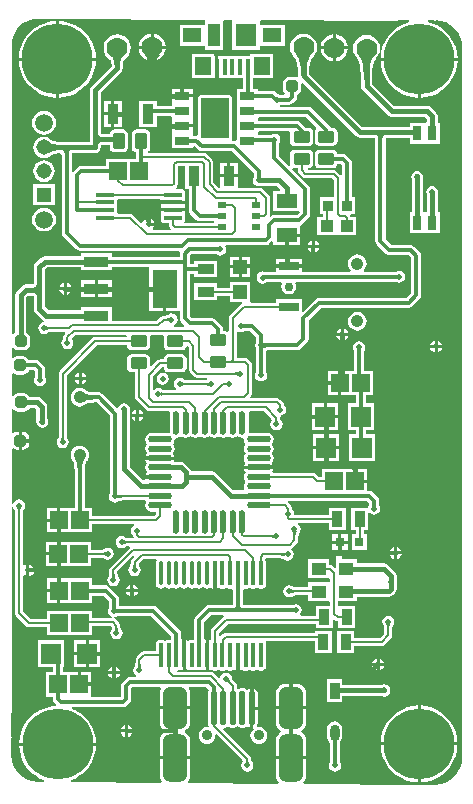
<source format=gtl>
G04*
G04 #@! TF.GenerationSoftware,Altium Limited,Altium Designer,19.0.15 (446)*
G04*
G04 Layer_Physical_Order=1*
G04 Layer_Color=255*
%FSLAX44Y44*%
%MOMM*%
G71*
G01*
G75*
%ADD15C,0.1524*%
%ADD19R,1.3000X0.7000*%
%ADD20R,0.8001X0.5105*%
G04:AMPARAMS|DCode=21|XSize=1.016mm|YSize=1.016mm|CornerRadius=0.254mm|HoleSize=0mm|Usage=FLASHONLY|Rotation=90.000|XOffset=0mm|YOffset=0mm|HoleType=Round|Shape=RoundedRectangle|*
%AMROUNDEDRECTD21*
21,1,1.0160,0.5080,0,0,90.0*
21,1,0.5080,1.0160,0,0,90.0*
1,1,0.5080,0.2540,0.2540*
1,1,0.5080,0.2540,-0.2540*
1,1,0.5080,-0.2540,-0.2540*
1,1,0.5080,-0.2540,0.2540*
%
%ADD21ROUNDEDRECTD21*%
G04:AMPARAMS|DCode=22|XSize=1.56mm|YSize=0.4mm|CornerRadius=0.05mm|HoleSize=0mm|Usage=FLASHONLY|Rotation=0.000|XOffset=0mm|YOffset=0mm|HoleType=Round|Shape=RoundedRectangle|*
%AMROUNDEDRECTD22*
21,1,1.5600,0.3000,0,0,0.0*
21,1,1.4600,0.4000,0,0,0.0*
1,1,0.1000,0.7300,-0.1500*
1,1,0.1000,-0.7300,-0.1500*
1,1,0.1000,-0.7300,0.1500*
1,1,0.1000,0.7300,0.1500*
%
%ADD22ROUNDEDRECTD22*%
%ADD23R,0.9700X1.7300*%
%ADD24R,1.1000X1.0000*%
%ADD25R,0.8100X0.9300*%
G04:AMPARAMS|DCode=26|XSize=1mm|YSize=1.42mm|CornerRadius=0.125mm|HoleSize=0mm|Usage=FLASHONLY|Rotation=90.000|XOffset=0mm|YOffset=0mm|HoleType=Round|Shape=RoundedRectangle|*
%AMROUNDEDRECTD26*
21,1,1.0000,1.1700,0,0,90.0*
21,1,0.7500,1.4200,0,0,90.0*
1,1,0.2500,0.5850,0.3750*
1,1,0.2500,0.5850,-0.3750*
1,1,0.2500,-0.5850,-0.3750*
1,1,0.2500,-0.5850,0.3750*
%
%ADD26ROUNDEDRECTD26*%
G04:AMPARAMS|DCode=27|XSize=1mm|YSize=1.42mm|CornerRadius=0.125mm|HoleSize=0mm|Usage=FLASHONLY|Rotation=0.000|XOffset=0mm|YOffset=0mm|HoleType=Round|Shape=RoundedRectangle|*
%AMROUNDEDRECTD27*
21,1,1.0000,1.1700,0,0,0.0*
21,1,0.7500,1.4200,0,0,0.0*
1,1,0.2500,0.3750,-0.5850*
1,1,0.2500,-0.3750,-0.5850*
1,1,0.2500,-0.3750,0.5850*
1,1,0.2500,0.3750,0.5850*
%
%ADD27ROUNDEDRECTD27*%
%ADD28R,0.9200X1.3800*%
%ADD29R,1.3800X0.9200*%
%ADD30R,1.5046X1.5562*%
%ADD31R,2.1500X0.9500*%
%ADD32R,2.1500X3.2500*%
%ADD33R,0.7600X1.2700*%
%ADD34R,1.8200X1.2100*%
%ADD35R,1.6500X1.3000*%
%ADD36R,1.8000X1.9000*%
%ADD37R,1.0000X1.9000*%
%ADD38R,1.4250X1.5500*%
%ADD39R,0.4500X1.3800*%
G04:AMPARAMS|DCode=40|XSize=1.016mm|YSize=1.016mm|CornerRadius=0.254mm|HoleSize=0mm|Usage=FLASHONLY|Rotation=0.000|XOffset=0mm|YOffset=0mm|HoleType=Round|Shape=RoundedRectangle|*
%AMROUNDEDRECTD40*
21,1,1.0160,0.5080,0,0,0.0*
21,1,0.5080,1.0160,0,0,0.0*
1,1,0.5080,0.2540,-0.2540*
1,1,0.5080,-0.2540,-0.2540*
1,1,0.5080,-0.2540,0.2540*
1,1,0.5080,0.2540,0.2540*
%
%ADD40ROUNDEDRECTD40*%
%ADD41R,1.2000X1.2000*%
%ADD42R,0.8000X0.8000*%
%ADD43R,1.2500X1.1000*%
%ADD44R,1.7000X1.8000*%
G04:AMPARAMS|DCode=45|XSize=2.0819mm|YSize=0.35mm|CornerRadius=0.0875mm|HoleSize=0mm|Usage=FLASHONLY|Rotation=270.000|XOffset=0mm|YOffset=0mm|HoleType=Round|Shape=RoundedRectangle|*
%AMROUNDEDRECTD45*
21,1,2.0819,0.1750,0,0,270.0*
21,1,1.9069,0.3500,0,0,270.0*
1,1,0.1750,-0.0875,-0.9535*
1,1,0.1750,-0.0875,0.9535*
1,1,0.1750,0.0875,0.9535*
1,1,0.1750,0.0875,-0.9535*
%
%ADD45ROUNDEDRECTD45*%
%ADD46O,0.3500X2.0819*%
%ADD47R,0.8221X1.4082*%
G04:AMPARAMS|DCode=48|XSize=1.4082mm|YSize=0.8221mm|CornerRadius=0.4111mm|HoleSize=0mm|Usage=FLASHONLY|Rotation=270.000|XOffset=0mm|YOffset=0mm|HoleType=Round|Shape=RoundedRectangle|*
%AMROUNDEDRECTD48*
21,1,1.4082,0.0000,0,0,270.0*
21,1,0.5861,0.8221,0,0,270.0*
1,1,0.8221,0.0000,-0.2930*
1,1,0.8221,0.0000,0.2930*
1,1,0.8221,0.0000,0.2930*
1,1,0.8221,0.0000,-0.2930*
%
%ADD48ROUNDEDRECTD48*%
%ADD49R,1.7000X0.8000*%
G04:AMPARAMS|DCode=50|XSize=2.8mm|YSize=0.5mm|CornerRadius=0.125mm|HoleSize=0mm|Usage=FLASHONLY|Rotation=270.000|XOffset=0mm|YOffset=0mm|HoleType=Round|Shape=RoundedRectangle|*
%AMROUNDEDRECTD50*
21,1,2.8000,0.2500,0,0,270.0*
21,1,2.5500,0.5000,0,0,270.0*
1,1,0.2500,-0.1250,-1.2750*
1,1,0.2500,-0.1250,1.2750*
1,1,0.2500,0.1250,1.2750*
1,1,0.2500,0.1250,-1.2750*
%
%ADD50ROUNDEDRECTD50*%
G04:AMPARAMS|DCode=51|XSize=3.5mm|YSize=2.05mm|CornerRadius=0.5125mm|HoleSize=0mm|Usage=FLASHONLY|Rotation=270.000|XOffset=0mm|YOffset=0mm|HoleType=Round|Shape=RoundedRectangle|*
%AMROUNDEDRECTD51*
21,1,3.5000,1.0250,0,0,270.0*
21,1,2.4750,2.0500,0,0,270.0*
1,1,1.0250,-0.5125,-1.2375*
1,1,1.0250,-0.5125,1.2375*
1,1,1.0250,0.5125,1.2375*
1,1,1.0250,0.5125,-1.2375*
%
%ADD51ROUNDEDRECTD51*%
G04:AMPARAMS|DCode=52|XSize=4mm|YSize=2.05mm|CornerRadius=0.5125mm|HoleSize=0mm|Usage=FLASHONLY|Rotation=270.000|XOffset=0mm|YOffset=0mm|HoleType=Round|Shape=RoundedRectangle|*
%AMROUNDEDRECTD52*
21,1,4.0000,1.0250,0,0,270.0*
21,1,2.9750,2.0500,0,0,270.0*
1,1,1.0250,-0.5125,-1.4875*
1,1,1.0250,-0.5125,1.4875*
1,1,1.0250,0.5125,1.4875*
1,1,1.0250,0.5125,-1.4875*
%
%ADD52ROUNDEDRECTD52*%
G04:AMPARAMS|DCode=53|XSize=3.5mm|YSize=2.05mm|CornerRadius=0.5125mm|HoleSize=0mm|Usage=FLASHONLY|Rotation=270.000|XOffset=0mm|YOffset=0mm|HoleType=Round|Shape=RoundedRectangle|*
%AMROUNDEDRECTD53*
21,1,3.5000,1.0250,0,0,270.0*
21,1,2.4750,2.0500,0,0,270.0*
1,1,1.0250,-0.5125,-1.2375*
1,1,1.0250,-0.5125,1.2375*
1,1,1.0250,0.5125,1.2375*
1,1,1.0250,0.5125,-1.2375*
%
%ADD53ROUNDEDRECTD53*%
G04:AMPARAMS|DCode=54|XSize=0.5658mm|YSize=2.0044mm|CornerRadius=0.2829mm|HoleSize=0mm|Usage=FLASHONLY|Rotation=0.000|XOffset=0mm|YOffset=0mm|HoleType=Round|Shape=RoundedRectangle|*
%AMROUNDEDRECTD54*
21,1,0.5658,1.4386,0,0,0.0*
21,1,0.0000,2.0044,0,0,0.0*
1,1,0.5658,0.0000,-0.7193*
1,1,0.5658,0.0000,-0.7193*
1,1,0.5658,0.0000,0.7193*
1,1,0.5658,0.0000,0.7193*
%
%ADD54ROUNDEDRECTD54*%
G04:AMPARAMS|DCode=55|XSize=2.0044mm|YSize=0.5658mm|CornerRadius=0.2829mm|HoleSize=0mm|Usage=FLASHONLY|Rotation=0.000|XOffset=0mm|YOffset=0mm|HoleType=Round|Shape=RoundedRectangle|*
%AMROUNDEDRECTD55*
21,1,2.0044,0.0000,0,0,0.0*
21,1,1.4386,0.5658,0,0,0.0*
1,1,0.5658,0.7193,0.0000*
1,1,0.5658,-0.7193,0.0000*
1,1,0.5658,-0.7193,0.0000*
1,1,0.5658,0.7193,0.0000*
%
%ADD55ROUNDEDRECTD55*%
%ADD56O,2.0044X0.5658*%
%ADD79C,0.7500*%
%ADD83C,0.4064*%
%ADD84C,0.3302*%
%ADD85C,6.0000*%
%ADD86R,1.3080X1.3080*%
%ADD87C,1.3080*%
%ADD88C,1.5000*%
%ADD89C,1.0500*%
%ADD90C,0.9000*%
%ADD91C,0.5080*%
%ADD92C,1.7780*%
G36*
X302Y614143D02*
X312Y614145D01*
X322Y614143D01*
X124578Y613355D01*
X124871Y612206D01*
X124871Y612083D01*
Y609206D01*
X103371D01*
Y591127D01*
X124871D01*
Y588126D01*
X139951D01*
Y611988D01*
X140486Y613255D01*
X147232Y613212D01*
X147871Y612206D01*
X147871Y611938D01*
Y588126D01*
X170951D01*
Y591127D01*
X192451D01*
Y609206D01*
X170951D01*
Y611791D01*
X171869Y613056D01*
X279862Y612371D01*
X279918Y612382D01*
X279974Y612372D01*
X296319Y612833D01*
X297516Y612867D01*
X297623Y612687D01*
X297013Y611234D01*
X295988Y610988D01*
X291256Y609028D01*
X286889Y606352D01*
X282994Y603025D01*
X279667Y599130D01*
X276991Y594763D01*
X275031Y590031D01*
X273836Y585051D01*
X273534Y581215D01*
X338615D01*
X338313Y585051D01*
X337117Y590031D01*
X335157Y594763D01*
X332481Y599130D01*
X329155Y603025D01*
X325260Y606352D01*
X320893Y609028D01*
X316161Y610988D01*
X313472Y611633D01*
X313622Y612903D01*
X318504D01*
X319663Y612630D01*
X319689Y612619D01*
X320959Y612823D01*
X324145Y612510D01*
X328430Y611210D01*
X332380Y609099D01*
X335841Y606258D01*
X338682Y602796D01*
X340793Y598847D01*
X342093Y594562D01*
X342407Y591375D01*
X342202Y590105D01*
X342213Y590079D01*
X342487Y589808D01*
X342487Y588838D01*
X342489Y581451D01*
X342205Y580298D01*
X342205Y580298D01*
X342291Y579951D01*
X342490Y579145D01*
Y579028D01*
X342490Y950D01*
X342221Y-211D01*
X342206Y-248D01*
X342475Y-1406D01*
X342363Y-10246D01*
X342347Y-11477D01*
X342347Y-11510D01*
X342270Y-12748D01*
X341953Y-15966D01*
X340653Y-20252D01*
X338543Y-24201D01*
X335702Y-27662D01*
X332240Y-30503D01*
X328291Y-32614D01*
X324006Y-33914D01*
X319701Y-34338D01*
X319549Y-34308D01*
X307192D01*
X306439Y-34132D01*
X305998Y-34023D01*
X305998Y-34023D01*
X304825Y-34298D01*
X303491Y-34287D01*
X208195Y-33511D01*
X207769Y-32238D01*
X208206Y-31902D01*
X209434Y-30301D01*
X210207Y-28437D01*
X210470Y-26436D01*
Y-12831D01*
X197614D01*
X184758D01*
Y-26436D01*
X185021Y-28437D01*
X185793Y-30301D01*
X187022Y-31902D01*
X187241Y-32070D01*
X186805Y-33337D01*
X110642Y-32717D01*
X110059Y-31442D01*
X110934Y-30301D01*
X111706Y-28437D01*
X111970Y-26436D01*
Y-12831D01*
X99114D01*
X86257D01*
Y-26436D01*
X86521Y-28437D01*
X87293Y-30301D01*
X88031Y-31262D01*
X87400Y-32527D01*
X11318Y-31907D01*
X11071Y-30635D01*
X14819Y-29083D01*
X19186Y-26407D01*
X23080Y-23080D01*
X26407Y-19186D01*
X29083Y-14819D01*
X31043Y-10086D01*
X32239Y-5106D01*
X32541Y-1270D01*
X-32541D01*
X-32239Y-5106D01*
X-31043Y-10086D01*
X-29083Y-14819D01*
X-26407Y-19186D01*
X-23080Y-23080D01*
X-19186Y-26407D01*
X-14819Y-29083D01*
X-11468Y-30471D01*
X-11724Y-31739D01*
X-15323Y-31716D01*
X-16570Y-31707D01*
X-16574Y-31656D01*
X-16572Y-31431D01*
X-16590Y-31423D01*
X-17860Y-31612D01*
X-20882Y-31314D01*
X-25167Y-30015D01*
X-29116Y-27904D01*
X-32577Y-25063D01*
X-35418Y-21602D01*
X-37529Y-17652D01*
X-38829Y-13368D01*
X-39253Y-9063D01*
X-39222Y-8911D01*
Y4658D01*
X-38944Y5814D01*
X-38938Y5829D01*
X-39216Y6984D01*
X-39014Y46117D01*
X-39016Y46124D01*
X-39014Y46130D01*
X-39014Y200651D01*
X-37745Y200777D01*
X-37609Y200098D01*
X-36558Y198524D01*
X-36545Y198492D01*
X-36472Y198241D01*
X-36393Y197873D01*
X-36328Y197447D01*
X-36191Y195452D01*
Y111314D01*
X-35935Y110025D01*
X-35205Y108933D01*
X-26651Y100379D01*
X-25559Y99649D01*
X-24270Y99393D01*
X-8924D01*
Y92347D01*
X29218D01*
Y100121D01*
X45327D01*
X46349Y99100D01*
X46336Y98924D01*
X46285Y98579D01*
X46222Y98272D01*
X46156Y98035D01*
X46100Y97883D01*
X44985Y96214D01*
X44591Y94232D01*
X44985Y92250D01*
X46108Y90569D01*
X47788Y89447D01*
X49770Y89052D01*
X51752Y89447D01*
X53432Y90569D01*
X54555Y92250D01*
X54949Y94232D01*
X54555Y96214D01*
X53440Y97883D01*
X53384Y98035D01*
X53318Y98272D01*
X53255Y98579D01*
X53204Y98924D01*
X53137Y99834D01*
Y100440D01*
X52880Y101728D01*
X52151Y102820D01*
X49102Y105869D01*
X48043Y106576D01*
X48017Y106729D01*
X48082Y107879D01*
X49598Y108181D01*
X50227Y108601D01*
X53508Y108693D01*
X79343D01*
X96287Y91749D01*
Y89483D01*
X95017Y88441D01*
X94935Y88457D01*
X93185D01*
X91853Y88192D01*
X90810Y87496D01*
X89768Y88192D01*
X88435Y88457D01*
X86685D01*
X85353Y88192D01*
X84223Y87437D01*
X83469Y86308D01*
X83203Y84975D01*
Y78807D01*
X73084D01*
X71795Y78551D01*
X70703Y77821D01*
X66920Y74039D01*
X66190Y72946D01*
X65934Y71658D01*
Y69559D01*
X65910Y68569D01*
X65800Y67302D01*
X65732Y66853D01*
X65653Y66485D01*
X65580Y66234D01*
X65567Y66202D01*
X64516Y64628D01*
X64121Y62646D01*
X64516Y60664D01*
X65638Y58984D01*
X66728Y58255D01*
X66343Y56985D01*
X61382D01*
X59747Y56660D01*
X58361Y55734D01*
X54742Y52115D01*
X53815Y50728D01*
X53490Y49093D01*
Y39973D01*
X29491D01*
X28364Y40319D01*
Y49370D01*
X18301D01*
Y50640D01*
X17031D01*
Y60961D01*
X4558D01*
Y65151D01*
X5620D01*
Y88231D01*
X-16460D01*
Y65151D01*
X-3988D01*
Y60961D01*
X-9778D01*
Y40319D01*
X-3988D01*
Y38296D01*
X-3663Y36661D01*
X-2736Y35275D01*
X-1276Y33814D01*
X-1760Y32502D01*
X-5106Y32239D01*
X-10086Y31043D01*
X-14819Y29083D01*
X-19186Y26407D01*
X-23080Y23080D01*
X-26407Y19186D01*
X-29083Y14819D01*
X-31043Y10086D01*
X-32239Y5106D01*
X-32541Y1270D01*
X32541D01*
X32239Y5106D01*
X31043Y10086D01*
X29083Y14819D01*
X26407Y19186D01*
X23080Y23080D01*
X19186Y26407D01*
X14819Y29083D01*
X12226Y30157D01*
X12479Y31427D01*
X55283D01*
X56918Y31752D01*
X58304Y32678D01*
X60785Y35159D01*
X61711Y36545D01*
X62036Y38180D01*
Y47323D01*
X63152Y48439D01*
X86824D01*
X87385Y47300D01*
X87293Y47180D01*
X86521Y45315D01*
X86257Y43314D01*
Y32209D01*
X99114D01*
X111970D01*
Y43314D01*
X111706Y45315D01*
X110934Y47180D01*
X110842Y47300D01*
X111404Y48439D01*
X125973D01*
X128091Y46322D01*
Y45736D01*
X127544Y44918D01*
X127249Y43439D01*
Y17939D01*
X127544Y16460D01*
X128126Y15589D01*
X127488Y14392D01*
X126364Y14540D01*
X124526Y14298D01*
X122813Y13589D01*
X121343Y12460D01*
X120214Y10990D01*
X119505Y9277D01*
X119263Y7439D01*
X119505Y5602D01*
X120214Y3889D01*
X121343Y2418D01*
X122813Y1290D01*
X124526Y581D01*
X126364Y339D01*
X128202Y581D01*
X129914Y1290D01*
X131385Y2418D01*
X132513Y3889D01*
X133223Y5602D01*
X133464Y7439D01*
X133387Y8031D01*
X134590Y8624D01*
X156348Y-13135D01*
X156982Y-14239D01*
X155860Y-15919D01*
X155465Y-17901D01*
X155860Y-19883D01*
X156982Y-21564D01*
X158663Y-22686D01*
X160645Y-23081D01*
X162627Y-22686D01*
X164307Y-21564D01*
X165430Y-19883D01*
X165824Y-17901D01*
X165430Y-15919D01*
X164307Y-14239D01*
X164070Y-14080D01*
X164011Y-13233D01*
Y-12670D01*
X163755Y-11382D01*
X163025Y-10290D01*
X139931Y12805D01*
X140457Y14075D01*
X141614D01*
X143092Y14369D01*
X143314Y14517D01*
X144364Y15195D01*
X145413Y14517D01*
X145635Y14369D01*
X147114Y14075D01*
X149614D01*
X151093Y14369D01*
X151314Y14517D01*
X152364Y15195D01*
X153413Y14517D01*
X153635Y14369D01*
X155114Y14075D01*
X157614D01*
X159093Y14369D01*
X159314Y14517D01*
X160364Y15195D01*
X161413Y14517D01*
X161635Y14369D01*
X163094Y14079D01*
Y30689D01*
Y47299D01*
X161635Y47009D01*
X161413Y46861D01*
X160364Y46183D01*
X159314Y46861D01*
X159093Y47009D01*
X157614Y47303D01*
X155114D01*
X153635Y47009D01*
X153413Y46861D01*
X152993Y46589D01*
X151730Y47264D01*
Y49686D01*
X151474Y50975D01*
X150744Y52067D01*
X149806Y53005D01*
X149123Y53722D01*
X148305Y54695D01*
X148036Y55062D01*
X147831Y55377D01*
X147706Y55606D01*
X147692Y55638D01*
X147323Y57495D01*
X146200Y59175D01*
X144520Y60298D01*
X142537Y60692D01*
X140555Y60298D01*
X138875Y59175D01*
X137752Y57495D01*
X137548Y56469D01*
X136170Y56051D01*
X132176Y60046D01*
X131083Y60775D01*
X129795Y61032D01*
X100332D01*
X100259Y61154D01*
X100978Y62424D01*
X101435D01*
X102767Y62689D01*
X103810Y63386D01*
X104853Y62689D01*
X105790Y62503D01*
Y75441D01*
Y88698D01*
X104833Y89483D01*
Y93519D01*
X104508Y95154D01*
X103582Y96541D01*
X84135Y115988D01*
X82748Y116914D01*
X81113Y117239D01*
X51934D01*
X51889Y118858D01*
Y123286D01*
X51564Y124921D01*
X50637Y126308D01*
X43748Y133197D01*
X42361Y134124D01*
X40726Y134449D01*
X29037D01*
Y140497D01*
X2228D01*
Y130176D01*
Y119855D01*
X29037D01*
Y125903D01*
X38956D01*
X43343Y121516D01*
Y117025D01*
X43312Y115668D01*
X42831Y114948D01*
X42436Y112966D01*
X42831Y110984D01*
X43953Y109304D01*
X45634Y108181D01*
X45915Y108125D01*
X45790Y106855D01*
X29218D01*
Y112989D01*
X-8924D01*
Y106126D01*
X-22876D01*
X-29457Y112708D01*
Y142485D01*
X-28187Y143163D01*
X-27168Y142482D01*
X-26456Y142340D01*
Y147267D01*
Y152194D01*
X-27168Y152053D01*
X-28187Y151371D01*
X-29457Y152050D01*
Y195167D01*
X-29434Y196157D01*
X-29324Y197424D01*
X-29255Y197873D01*
X-29176Y198241D01*
X-29104Y198492D01*
X-29091Y198524D01*
X-28039Y200098D01*
X-27645Y202080D01*
X-28039Y204062D01*
X-29162Y205742D01*
X-30842Y206865D01*
X-32824Y207259D01*
X-34806Y206865D01*
X-36487Y205742D01*
X-37609Y204062D01*
X-37745Y203383D01*
X-39014Y203508D01*
X-39014Y250295D01*
X-37745Y250695D01*
X-36292Y249725D01*
X-34310Y249330D01*
X-33040D01*
Y257050D01*
Y264769D01*
X-34310D01*
X-36292Y264375D01*
X-37745Y263405D01*
X-39014Y263805D01*
Y283758D01*
X-37745Y284144D01*
X-37152Y283257D01*
X-35472Y282134D01*
X-33490Y281740D01*
X-28410D01*
X-26428Y282134D01*
X-24747Y283257D01*
X-23718Y284798D01*
X-19037D01*
X-17917Y283678D01*
Y274660D01*
X-18240Y273034D01*
X-17846Y271051D01*
X-16723Y269371D01*
X-15043Y268248D01*
X-13061Y267854D01*
X-11079Y268248D01*
X-9398Y269371D01*
X-8275Y271051D01*
X-7881Y273034D01*
X-8275Y275016D01*
X-8594Y275492D01*
Y285609D01*
X-8948Y287393D01*
X-9959Y288905D01*
X-13810Y292756D01*
X-15322Y293766D01*
X-17106Y294121D01*
X-23718D01*
X-24747Y295662D01*
X-26428Y296785D01*
X-28410Y297179D01*
X-33490D01*
X-35472Y296785D01*
X-37152Y295662D01*
X-37745Y294776D01*
X-39014Y295161D01*
Y313731D01*
X-37745Y314272D01*
X-36462Y313415D01*
X-34480Y313020D01*
X-29400D01*
X-27418Y313415D01*
X-25738Y314538D01*
X-24615Y316218D01*
X-24498Y316806D01*
X-20161D01*
X-19136Y315782D01*
Y312447D01*
X-19168Y311089D01*
X-19649Y310370D01*
X-20043Y308388D01*
X-19649Y306406D01*
X-18526Y304725D01*
X-16845Y303603D01*
X-14863Y303208D01*
X-12881Y303603D01*
X-11201Y304725D01*
X-10078Y306406D01*
X-9684Y308388D01*
X-10078Y310370D01*
X-10498Y310999D01*
X-10590Y314280D01*
Y317552D01*
X-10915Y319187D01*
X-11842Y320573D01*
X-15369Y324101D01*
X-16756Y325027D01*
X-18391Y325353D01*
X-24675D01*
X-25738Y326942D01*
X-27418Y328065D01*
X-29400Y328460D01*
X-34480D01*
X-36462Y328065D01*
X-37745Y327208D01*
X-39014Y327749D01*
Y335474D01*
X-37745Y335859D01*
X-37322Y335228D01*
X-35642Y334105D01*
X-33660Y333711D01*
X-28580D01*
X-26598Y334105D01*
X-24918Y335228D01*
X-23795Y336908D01*
X-23400Y338890D01*
Y343970D01*
X-23795Y345952D01*
X-24918Y347632D01*
X-26458Y348662D01*
Y378582D01*
X-25080Y379959D01*
X-21096D01*
X-20811Y379909D01*
X-20595Y379837D01*
X-20482Y379777D01*
X-20429Y379733D01*
X-20385Y379679D01*
X-20324Y379567D01*
X-20252Y379350D01*
X-20202Y379066D01*
Y368753D01*
X-19847Y366969D01*
X-18836Y365457D01*
X-12748Y359368D01*
X-11861Y358776D01*
X-12129Y357428D01*
X-13352Y357185D01*
X-15033Y356062D01*
X-16155Y354381D01*
X-16550Y352399D01*
X-16155Y350417D01*
X-15033Y348737D01*
X-13352Y347614D01*
X-11370Y347220D01*
X-9388Y347614D01*
X-7814Y348666D01*
X-7782Y348679D01*
X-7531Y348752D01*
X-7163Y348830D01*
X-6737Y348895D01*
X-4742Y349033D01*
X5862D01*
X6348Y347859D01*
X5838Y347349D01*
X5108Y346257D01*
X4852Y344969D01*
Y344339D01*
X4847Y344137D01*
X4805Y343635D01*
X4556Y343469D01*
X3433Y341788D01*
X3039Y339806D01*
X3433Y337824D01*
X4556Y336143D01*
X6236Y335021D01*
X8218Y334627D01*
X10201Y335021D01*
X11881Y336143D01*
X13004Y337824D01*
X13398Y339806D01*
X13004Y341788D01*
X11881Y343469D01*
X11845Y343834D01*
X14938Y346927D01*
X57980D01*
X58738Y345938D01*
X58319Y344668D01*
X31763D01*
X30475Y344412D01*
X29383Y343682D01*
X1960Y316259D01*
X1230Y315167D01*
X973Y313878D01*
Y262742D01*
X950Y261752D01*
X840Y260485D01*
X771Y260036D01*
X692Y259667D01*
X619Y259417D01*
X607Y259385D01*
X-445Y257811D01*
X-839Y255829D01*
X-445Y253847D01*
X678Y252166D01*
X2358Y251043D01*
X4340Y250649D01*
X6322Y251043D01*
X8003Y252166D01*
X9125Y253847D01*
X9520Y255829D01*
X9125Y257811D01*
X8073Y259385D01*
X8061Y259417D01*
X7988Y259667D01*
X7909Y260036D01*
X7844Y260462D01*
X7707Y262456D01*
Y312484D01*
X33158Y337935D01*
X58833D01*
Y337551D01*
X59127Y336073D01*
X59964Y334819D01*
X61218Y333981D01*
X62697Y333687D01*
X74397D01*
X75876Y333981D01*
X77129Y334819D01*
X77967Y336073D01*
X78261Y337551D01*
Y345051D01*
X78141Y345657D01*
X79113Y346927D01*
X88912D01*
X89886Y345657D01*
X89767Y345056D01*
Y337556D01*
X90061Y336077D01*
X90899Y334823D01*
X92152Y333986D01*
X93631Y333692D01*
X105331D01*
X106810Y333986D01*
X108064Y334823D01*
X108901Y336077D01*
X109034Y336744D01*
X110412Y337162D01*
X111597Y335977D01*
Y316618D01*
X111853Y315329D01*
X112583Y314237D01*
X115373Y311447D01*
X116465Y310717D01*
X117754Y310461D01*
X126234D01*
X126858Y309191D01*
X126427Y308634D01*
X126410Y308630D01*
X126091Y308576D01*
X123516Y308403D01*
X110380D01*
X109037Y308491D01*
X108518Y308559D01*
X108068Y308643D01*
X107719Y308734D01*
X107477Y308818D01*
X107380Y308863D01*
X107292Y308995D01*
X105612Y310117D01*
X103630Y310512D01*
X101648Y310117D01*
X99967Y308995D01*
X98845Y307314D01*
X98450Y305332D01*
X98845Y303350D01*
X99967Y301670D01*
X100623Y301232D01*
X100237Y299962D01*
X92283D01*
X91293Y299986D01*
X90026Y300096D01*
X89578Y300165D01*
X89209Y300243D01*
X88959Y300316D01*
X88927Y300329D01*
X87353Y301381D01*
X85370Y301775D01*
X83388Y301381D01*
X81708Y300258D01*
X81660Y300187D01*
X80390Y300572D01*
Y311527D01*
X88103Y319239D01*
X89767D01*
Y318856D01*
X90061Y317377D01*
X90899Y316124D01*
X92152Y315286D01*
X93631Y314992D01*
X105331D01*
X106810Y315286D01*
X108064Y316124D01*
X108901Y317377D01*
X109195Y318856D01*
Y326356D01*
X108901Y327835D01*
X108064Y329088D01*
X106810Y329926D01*
X105331Y330220D01*
X93631D01*
X92152Y329926D01*
X90899Y329088D01*
X90061Y327835D01*
X89767Y326356D01*
Y325973D01*
X86708D01*
X85420Y325716D01*
X84328Y324986D01*
X79434Y320093D01*
X78261Y320579D01*
Y326351D01*
X77967Y327830D01*
X77129Y329084D01*
X75876Y329921D01*
X74397Y330216D01*
X62697D01*
X61218Y329921D01*
X59964Y329084D01*
X59127Y327830D01*
X58833Y326351D01*
Y318851D01*
X59127Y317372D01*
X59964Y316119D01*
X61218Y315281D01*
X62697Y314987D01*
X65163D01*
Y294297D01*
X65419Y293008D01*
X66149Y291916D01*
X75027Y283039D01*
X76119Y282309D01*
X77407Y282053D01*
X90000D01*
X90087Y282070D01*
X94398D01*
X95243Y280800D01*
X94945Y279305D01*
Y264920D01*
X94992Y264686D01*
X94094Y263788D01*
X93860Y263834D01*
X79475D01*
X77379Y263418D01*
X75603Y262231D01*
X74417Y260455D01*
X74000Y258360D01*
X74417Y256265D01*
X75017Y255366D01*
X75537Y254360D01*
X75017Y253353D01*
X74417Y252454D01*
X74000Y250360D01*
X74417Y248265D01*
X75603Y246489D01*
Y246231D01*
X74417Y244455D01*
X74253Y243630D01*
X99082D01*
X98918Y244455D01*
X97731Y246231D01*
Y246489D01*
X98918Y248265D01*
X99334Y250360D01*
X98918Y252454D01*
X98317Y253353D01*
X97798Y254360D01*
X98317Y255366D01*
X98918Y256265D01*
X99334Y258360D01*
X99288Y258594D01*
X100186Y259492D01*
X100420Y259445D01*
X102515Y259862D01*
X103414Y260463D01*
X104420Y260982D01*
X105427Y260463D01*
X106325Y259862D01*
X108420Y259445D01*
X110515Y259862D01*
X111413Y260462D01*
X112420Y260982D01*
X113427Y260462D01*
X114325Y259862D01*
X116420Y259445D01*
X118515Y259862D01*
X119413Y260463D01*
X120420Y260982D01*
X121426Y260463D01*
X122325Y259862D01*
X124420Y259445D01*
X126515Y259862D01*
X127413Y260462D01*
X128420Y260982D01*
X129427Y260462D01*
X130325Y259862D01*
X132420Y259445D01*
X134515Y259862D01*
X135414Y260463D01*
X136420Y260982D01*
X137427Y260463D01*
X138325Y259862D01*
X140420Y259445D01*
X142515Y259862D01*
X143414Y260463D01*
X144420Y260982D01*
X145427Y260463D01*
X146325Y259863D01*
X148420Y259446D01*
X150515Y259863D01*
X151413Y260463D01*
X152421Y260982D01*
X153427Y260463D01*
X154325Y259862D01*
X156420Y259445D01*
X156654Y259492D01*
X157552Y258594D01*
X157506Y258360D01*
X157922Y256265D01*
X158523Y255366D01*
X159042Y254360D01*
X158523Y253353D01*
X157922Y252454D01*
X157506Y250360D01*
X157922Y248265D01*
X159109Y246489D01*
Y246231D01*
X157922Y244455D01*
X157506Y242360D01*
X157922Y240265D01*
X158523Y239366D01*
X159042Y238360D01*
X158523Y237353D01*
X157922Y236455D01*
X157758Y235630D01*
X182587D01*
X182423Y236455D01*
X181823Y237353D01*
X181303Y238360D01*
X181823Y239366D01*
X182423Y240265D01*
X182840Y242360D01*
X182423Y244455D01*
X181236Y246231D01*
Y246489D01*
X182423Y248265D01*
X182840Y250360D01*
X182423Y252454D01*
X181823Y253353D01*
X181303Y254360D01*
X181823Y255366D01*
X182423Y256265D01*
X182840Y258360D01*
X182423Y260455D01*
X181236Y262231D01*
X179461Y263418D01*
X177366Y263834D01*
X162980D01*
X162746Y263788D01*
X161848Y264686D01*
X161894Y264920D01*
Y279305D01*
X161597Y280800D01*
X162441Y282070D01*
X174677D01*
X181040Y275707D01*
X181611Y274561D01*
X180488Y272880D01*
X180094Y270898D01*
X180488Y268916D01*
X181611Y267236D01*
X183291Y266113D01*
X185273Y265719D01*
X187256Y266113D01*
X188936Y267236D01*
X190059Y268916D01*
X190453Y270898D01*
X190059Y272880D01*
X188936Y274561D01*
X188710Y274712D01*
X188640Y275674D01*
Y276235D01*
X188496Y276959D01*
X189137Y278247D01*
X189314Y278417D01*
X190175Y278588D01*
X191856Y279711D01*
X192978Y281391D01*
X193373Y283373D01*
X192978Y285355D01*
X191856Y287036D01*
X191560Y287233D01*
Y287406D01*
X191304Y288694D01*
X190574Y289786D01*
X188478Y291882D01*
X187386Y292612D01*
X186098Y292868D01*
X162946D01*
X162460Y294041D01*
X163690Y295271D01*
X164420Y296364D01*
X164676Y297652D01*
Y321241D01*
X164420Y322529D01*
X163690Y323621D01*
X161187Y326124D01*
X160095Y326854D01*
X158806Y327110D01*
X151442D01*
Y348894D01*
X152712Y349573D01*
X153206Y349244D01*
X155188Y348849D01*
X157170Y349244D01*
X157799Y349664D01*
X161080Y349756D01*
X163014D01*
X168050Y344720D01*
Y341740D01*
X168019Y340382D01*
X167538Y339663D01*
X167143Y337681D01*
X167538Y335698D01*
X167926Y335118D01*
X167958Y332925D01*
Y316395D01*
X167927Y315037D01*
X167446Y314317D01*
X167052Y312335D01*
X167446Y310353D01*
X168569Y308673D01*
X170249Y307550D01*
X172231Y307156D01*
X174213Y307550D01*
X175894Y308673D01*
X177017Y310353D01*
X177411Y312335D01*
X177017Y314317D01*
X176596Y314946D01*
X176504Y318227D01*
Y332878D01*
X176511Y333360D01*
X178215Y333407D01*
X202559D01*
X204194Y333733D01*
X205580Y334659D01*
X211176Y340255D01*
X211176Y340255D01*
X212102Y341641D01*
X212428Y343276D01*
Y358905D01*
X223173Y369650D01*
X297324D01*
X298960Y369976D01*
X300346Y370902D01*
X306413Y376969D01*
X306413Y376970D01*
X307340Y378356D01*
X307665Y379991D01*
Y413772D01*
X307665Y413772D01*
X307340Y415407D01*
X306413Y416793D01*
X306413Y416794D01*
X301923Y421284D01*
X300537Y422210D01*
X298902Y422535D01*
X282737D01*
X277591Y427681D01*
Y513067D01*
X277614Y513172D01*
X277633Y513218D01*
X277677Y513248D01*
X277823Y513311D01*
X278095Y513385D01*
X278398Y513428D01*
X298051D01*
Y508614D01*
X309480D01*
X310730Y508614D01*
X312001Y508614D01*
X323430D01*
Y526394D01*
X321752D01*
Y531559D01*
X321397Y533343D01*
X320387Y534855D01*
X315822Y539420D01*
X314310Y540430D01*
X312526Y540785D01*
X284610D01*
X266224Y559170D01*
Y565463D01*
X266225Y565580D01*
X266557Y570862D01*
X266837Y573078D01*
X267193Y575061D01*
X267617Y576780D01*
X268098Y578229D01*
X268620Y579400D01*
X269159Y580294D01*
X269577Y580796D01*
X269714Y580901D01*
X271546Y583288D01*
X272698Y586069D01*
X273091Y589053D01*
X272698Y592037D01*
X271546Y594817D01*
X269714Y597205D01*
X267327Y599037D01*
X264546Y600188D01*
X261562Y600581D01*
X258578Y600188D01*
X255798Y599037D01*
X253410Y597205D01*
X251578Y594817D01*
X250427Y592037D01*
X250034Y589053D01*
X250427Y586069D01*
X251578Y583288D01*
X253410Y580901D01*
X253547Y580796D01*
X253966Y580294D01*
X254505Y579400D01*
X255026Y578229D01*
X255508Y576780D01*
X255932Y575061D01*
X256278Y573133D01*
X256900Y565555D01*
X256901Y565463D01*
Y557240D01*
X257256Y555456D01*
X258266Y553943D01*
X279382Y532827D01*
X280895Y531817D01*
X282679Y531462D01*
X310595D01*
X312429Y529628D01*
Y527292D01*
X311531Y526394D01*
X310751D01*
X309480Y526394D01*
X298051D01*
Y522752D01*
X257759D01*
X212857Y567653D01*
Y568029D01*
X212861Y568237D01*
X213208Y572814D01*
X213499Y574758D01*
X213871Y576536D01*
X214315Y578115D01*
X214823Y579494D01*
X215387Y580673D01*
X215995Y581657D01*
X216342Y582089D01*
X216348Y582093D01*
X216393Y582153D01*
X216751Y582597D01*
X216785Y582663D01*
X218180Y584481D01*
X219331Y587261D01*
X219724Y590245D01*
X219331Y593229D01*
X218180Y596009D01*
X216348Y598397D01*
X213960Y600229D01*
X211180Y601381D01*
X208196Y601774D01*
X205212Y601381D01*
X202431Y600229D01*
X200044Y598397D01*
X198212Y596009D01*
X197060Y593229D01*
X196667Y590245D01*
X197060Y587261D01*
X198212Y584481D01*
X199606Y582663D01*
X199641Y582597D01*
X199998Y582153D01*
X200044Y582093D01*
X200049Y582089D01*
X200396Y581657D01*
X201004Y580673D01*
X201568Y579494D01*
X202077Y578115D01*
X202521Y576536D01*
X202893Y574758D01*
X203183Y572814D01*
X203531Y568237D01*
X203534Y568029D01*
Y565723D01*
X203541Y565689D01*
X203533Y565671D01*
X202440Y564711D01*
X201083Y564981D01*
X196003D01*
X194021Y564587D01*
X192341Y563464D01*
X191218Y561784D01*
X190824Y559802D01*
Y554722D01*
X191218Y552740D01*
X192208Y551259D01*
X191831Y549989D01*
X189655D01*
X188298Y550020D01*
X187578Y550501D01*
X186073Y550800D01*
X184811Y552062D01*
X183425Y552988D01*
X181789Y553314D01*
X169652D01*
Y555081D01*
X165184D01*
Y564126D01*
X182451D01*
Y584706D01*
X163120D01*
Y583007D01*
X136181D01*
Y573567D01*
Y564127D01*
X156637D01*
Y555081D01*
X151572D01*
Y543651D01*
X151572Y543001D01*
X151572Y541730D01*
Y530951D01*
X151572Y530301D01*
X151572Y529030D01*
Y518251D01*
X151572Y517601D01*
X151572Y516330D01*
Y511271D01*
X150302Y510429D01*
X149262Y510636D01*
X148123D01*
X147444Y511906D01*
X147505Y511996D01*
X147702Y512987D01*
Y546991D01*
X147505Y547982D01*
X146943Y548822D01*
X146103Y549383D01*
X145112Y549580D01*
X121109D01*
X120118Y549383D01*
X119278Y548822D01*
X118717Y547982D01*
X118520Y546991D01*
Y515958D01*
X117538Y515152D01*
X117229Y515213D01*
X115550D01*
X114652Y516111D01*
Y516981D01*
X114652Y518251D01*
Y522371D01*
X96572D01*
Y518251D01*
X96572Y517601D01*
X96572Y516330D01*
Y504901D01*
X114652D01*
Y505678D01*
X115922Y506204D01*
X118785Y503341D01*
X118785Y503341D01*
X120171Y502415D01*
X121807Y502090D01*
X121807Y502090D01*
X147492D01*
X166077Y483505D01*
Y481618D01*
X166046Y480261D01*
X165565Y479541D01*
X165171Y477559D01*
X165565Y475577D01*
X166688Y473896D01*
X168368Y472774D01*
X170350Y472379D01*
X171977Y472703D01*
X185888D01*
X188687Y469904D01*
X188161Y468634D01*
X182204D01*
Y451454D01*
X204274D01*
X204800Y450184D01*
X202660Y448044D01*
X183293D01*
X181657Y447719D01*
X180271Y446793D01*
X180228Y446750D01*
X179242Y447559D01*
X179528Y447989D01*
X179785Y449277D01*
Y462799D01*
X179528Y464087D01*
X178799Y465179D01*
X173946Y470032D01*
X172854Y470761D01*
X171566Y471018D01*
X152395D01*
Y480060D01*
X145005D01*
X137614D01*
Y471466D01*
X136344Y471203D01*
X131941Y475607D01*
Y492658D01*
X131684Y493946D01*
X130955Y495038D01*
X126267Y499726D01*
X125174Y500456D01*
X123886Y500712D01*
X76865D01*
X76480Y501982D01*
X76950Y502296D01*
X77788Y503550D01*
X78082Y505029D01*
Y516729D01*
X77788Y518208D01*
X76950Y519461D01*
X75696Y520299D01*
X74218Y520593D01*
X66718D01*
X65239Y520299D01*
X63985Y519461D01*
X63147Y518208D01*
X62853Y516729D01*
Y505029D01*
X63147Y503550D01*
X63985Y502296D01*
X65239Y501459D01*
X66194Y501269D01*
Y495785D01*
X40993D01*
Y489737D01*
X20179D01*
X20179Y489737D01*
X18544Y489411D01*
X17157Y488485D01*
X17157Y488485D01*
X13761Y485089D01*
X13130Y484145D01*
X11860Y484530D01*
Y500289D01*
X11883Y500394D01*
X11902Y500440D01*
X11946Y500469D01*
X12091Y500533D01*
X12363Y500606D01*
X12667Y500650D01*
X31966D01*
X33749Y501005D01*
X35262Y502015D01*
X36272Y503528D01*
X36627Y505312D01*
Y506628D01*
X36677Y506913D01*
X36750Y507130D01*
X36810Y507242D01*
X36854Y507295D01*
X36908Y507340D01*
X37020Y507400D01*
X37237Y507472D01*
X37521Y507522D01*
X44153D01*
Y505029D01*
X44447Y503550D01*
X45285Y502296D01*
X46539Y501459D01*
X48018Y501165D01*
X55518D01*
X56996Y501459D01*
X58250Y502296D01*
X59088Y503550D01*
X59382Y505029D01*
Y516729D01*
X59088Y518208D01*
X58250Y519461D01*
X56996Y520299D01*
X55518Y520593D01*
X48018D01*
X46539Y520299D01*
X45285Y519461D01*
X44447Y518208D01*
X44176Y516845D01*
X37521D01*
X37236Y516896D01*
X37020Y516968D01*
X36908Y517028D01*
X36854Y517072D01*
X36810Y517126D01*
X36750Y517238D01*
X36677Y517455D01*
X36627Y517739D01*
Y551867D01*
X53701Y568941D01*
X54712Y570453D01*
X55067Y572237D01*
Y574033D01*
X55215Y576356D01*
X55348Y577363D01*
X55513Y578217D01*
X55694Y578878D01*
X55870Y579331D01*
X55992Y579552D01*
X56169Y579625D01*
X58557Y581457D01*
X60389Y583845D01*
X61541Y586625D01*
X61934Y589609D01*
X61541Y592593D01*
X60389Y595373D01*
X58557Y597761D01*
X56169Y599593D01*
X53389Y600745D01*
X50405Y601138D01*
X47421Y600745D01*
X44641Y599593D01*
X42253Y597761D01*
X40421Y595373D01*
X39269Y592593D01*
X38876Y589609D01*
X39269Y586625D01*
X40421Y583845D01*
X42253Y581457D01*
X44641Y579625D01*
X44818Y579552D01*
X44940Y579331D01*
X45116Y578878D01*
X45297Y578217D01*
X45451Y577424D01*
X45726Y574151D01*
X28669Y557094D01*
X27659Y555582D01*
X27304Y553798D01*
Y512184D01*
Y509973D01*
X5974D01*
X3348Y510037D01*
X-137Y510340D01*
X-1530Y510555D01*
X-2733Y510811D01*
X-3709Y511095D01*
X-4445Y511387D01*
X-4932Y511655D01*
X-5090Y511781D01*
X-5095Y511787D01*
X-5203Y511870D01*
X-5398Y512025D01*
X-5417Y512034D01*
X-6992Y513243D01*
X-9201Y514158D01*
X-11571Y514470D01*
X-13941Y514158D01*
X-16150Y513243D01*
X-18047Y511787D01*
X-19502Y509891D01*
X-20417Y507682D01*
X-20729Y505312D01*
X-20417Y502941D01*
X-19502Y500732D01*
X-18047Y498836D01*
X-16150Y497380D01*
X-13941Y496465D01*
X-11571Y496153D01*
X-9201Y496465D01*
X-6992Y497380D01*
X-5417Y498588D01*
X-5398Y498598D01*
X-5202Y498753D01*
X-5095Y498836D01*
X-5090Y498843D01*
X-4932Y498968D01*
X-4445Y499236D01*
X-3709Y499528D01*
X-2733Y499812D01*
X-1530Y500068D01*
X-160Y500279D01*
X2105Y500436D01*
X3314Y499283D01*
Y433207D01*
X3639Y431571D01*
X4565Y430185D01*
X15592Y419159D01*
X15592Y419158D01*
X16978Y418232D01*
X18614Y417907D01*
X102887D01*
X103585Y416637D01*
X103317Y415290D01*
Y412938D01*
X46078D01*
Y415955D01*
X19498D01*
Y413326D01*
X-11102D01*
X-12886Y412972D01*
X-14398Y411961D01*
X-18836Y407523D01*
X-19847Y406010D01*
X-20202Y404226D01*
Y390176D01*
X-20252Y389892D01*
X-20324Y389675D01*
X-20385Y389563D01*
X-20429Y389509D01*
X-20482Y389465D01*
X-20595Y389405D01*
X-20811Y389333D01*
X-21096Y389283D01*
X-27011D01*
X-28795Y388928D01*
X-30308Y387917D01*
X-34416Y383809D01*
X-35427Y382296D01*
X-35782Y380512D01*
Y348662D01*
X-37322Y347632D01*
X-37745Y347001D01*
X-39014Y347386D01*
X-39014Y555900D01*
X-39015Y586476D01*
Y591577D01*
X-39045Y591729D01*
X-38621Y596034D01*
X-37321Y600319D01*
X-35210Y604268D01*
X-32369Y607730D01*
X-28908Y610570D01*
X-24959Y612681D01*
X-20674Y613981D01*
X-17524Y614291D01*
X-17488Y614287D01*
X-16318Y614106D01*
X-16221Y614091D01*
X-16217Y614090D01*
X-15058Y614358D01*
X302Y614143D01*
D02*
G37*
G36*
X54226Y581484D02*
X53851Y581030D01*
X53519Y580432D01*
X53232Y579691D01*
X52989Y578807D01*
X52790Y577779D01*
X52636Y576609D01*
X52459Y573838D01*
X52437Y572237D01*
X48373D01*
X48351Y573838D01*
X48020Y577779D01*
X47821Y578807D01*
X47578Y579691D01*
X47291Y580432D01*
X46959Y581030D01*
X46584Y581484D01*
X46164Y581796D01*
X54646D01*
X54226Y581484D01*
D02*
G37*
G36*
X213876Y583155D02*
X213111Y581916D01*
X212435Y580503D01*
X211849Y578915D01*
X211354Y577152D01*
X210948Y575215D01*
X210633Y573104D01*
X210273Y568357D01*
X210228Y565723D01*
X206164D01*
X206119Y568357D01*
X205758Y573104D01*
X205443Y575215D01*
X205038Y577152D01*
X204542Y578915D01*
X203957Y580503D01*
X203281Y581916D01*
X202515Y583155D01*
X201659Y584220D01*
X214732D01*
X213876Y583155D01*
D02*
G37*
G36*
X267043Y581801D02*
X266320Y580600D01*
X265681Y579166D01*
X265127Y577500D01*
X264659Y575601D01*
X264276Y573469D01*
X263978Y571105D01*
X263637Y565680D01*
X263594Y562618D01*
X259530D01*
X259488Y565680D01*
X258849Y573469D01*
X258466Y575601D01*
X257997Y577500D01*
X257444Y579166D01*
X256805Y580600D01*
X256081Y581801D01*
X255272Y582770D01*
X267852D01*
X267043Y581801D01*
D02*
G37*
G36*
X187469Y547485D02*
X187646Y547460D01*
X187922Y547438D01*
X190775Y547372D01*
X192606Y547366D01*
Y544064D01*
X187391Y543918D01*
Y547513D01*
X187469Y547485D01*
D02*
G37*
G36*
X145112Y512987D02*
X121109D01*
Y546991D01*
X145112D01*
Y512987D01*
D02*
G37*
G36*
X279033Y516058D02*
X278261Y516025D01*
X277570Y515926D01*
X276961Y515761D01*
X276432Y515530D01*
X275985Y515233D01*
X275620Y514869D01*
X275335Y514440D01*
X275132Y513945D01*
X275010Y513383D01*
X274969Y512756D01*
X271667D01*
X271627Y513383D01*
X271505Y513945D01*
X271301Y514440D01*
X271017Y514869D01*
X270651Y515233D01*
X270204Y515530D01*
X269676Y515761D01*
X269066Y515926D01*
X268375Y516025D01*
X267603Y516058D01*
X273318Y520122D01*
X279033Y516058D01*
D02*
G37*
G36*
X252532Y514794D02*
X254044Y513783D01*
X255828Y513428D01*
X268238D01*
X268542Y513385D01*
X268814Y513311D01*
X268959Y513248D01*
X269004Y513218D01*
X269022Y513172D01*
X269045Y513067D01*
Y425911D01*
X269370Y424276D01*
X270297Y422890D01*
X277946Y415241D01*
X277946Y415241D01*
X279332Y414314D01*
X280967Y413989D01*
X297132D01*
X299119Y412002D01*
Y381761D01*
X295554Y378197D01*
X221403D01*
X219768Y377871D01*
X218382Y376945D01*
X207765Y366328D01*
X206592Y366814D01*
Y377101D01*
X184512D01*
Y373927D01*
X164162D01*
X163175Y374611D01*
X163175Y375198D01*
Y391691D01*
X146095D01*
Y386659D01*
X134647D01*
Y390432D01*
X115766D01*
Y376152D01*
X134647D01*
Y379925D01*
X146095D01*
Y374611D01*
X155682D01*
X156068Y373341D01*
X155470Y372942D01*
X145695Y363167D01*
X144965Y362075D01*
X144709Y360787D01*
Y350108D01*
X143439Y349429D01*
X142938Y349764D01*
X141460Y350058D01*
X139943D01*
Y351770D01*
X139943Y351770D01*
X139618Y353405D01*
X138692Y354792D01*
X134062Y359422D01*
X132675Y360348D01*
X131040Y360673D01*
X113630D01*
X111863Y362440D01*
Y398119D01*
X115766D01*
Y395252D01*
X134647D01*
Y409532D01*
X115766D01*
Y406665D01*
X111863D01*
Y408721D01*
X111863Y408721D01*
X111863Y408721D01*
Y413520D01*
X113059Y414716D01*
X133493D01*
X134850Y414685D01*
X135570Y414204D01*
X137552Y413810D01*
X139534Y414204D01*
X141215Y415327D01*
X142337Y417007D01*
X142732Y418989D01*
X142337Y420971D01*
X142019Y421447D01*
X142698Y422717D01*
X176187D01*
X177823Y423042D01*
X179209Y423969D01*
X180934Y425693D01*
X182204Y425167D01*
Y422454D01*
X192574D01*
Y431044D01*
X193844D01*
Y432314D01*
X205483D01*
Y438570D01*
X205745Y439759D01*
X205745Y439759D01*
X206066Y439823D01*
X206543Y440142D01*
X206543Y440142D01*
X206848Y440346D01*
X207452Y440750D01*
X212759Y446057D01*
X213686Y447443D01*
X214011Y449079D01*
Y469961D01*
X213686Y471596D01*
X212759Y472982D01*
X212759Y472983D01*
X198634Y487108D01*
X198955Y487725D01*
X199383Y488155D01*
X200676Y487898D01*
X203159D01*
Y485954D01*
X203415Y484665D01*
X204145Y483573D01*
X207229Y480489D01*
X208321Y479760D01*
X209609Y479503D01*
X209609Y479503D01*
X232225D01*
X233785Y477944D01*
Y463237D01*
X222126D01*
Y448857D01*
X224436D01*
Y446054D01*
X219763D01*
Y430974D01*
X235842D01*
X235842Y430973D01*
X236763D01*
Y430974D01*
X237113Y430974D01*
X252843D01*
Y446054D01*
X248138D01*
X247913Y447187D01*
X247645Y447587D01*
X248324Y448857D01*
X251506D01*
Y463237D01*
X249250D01*
Y491918D01*
X248925Y493554D01*
X247999Y494940D01*
X247999Y494940D01*
X244326Y498613D01*
X242939Y499539D01*
X241304Y499865D01*
X236879D01*
X236689Y500820D01*
X235851Y502074D01*
X234597Y502912D01*
X233118Y503206D01*
X221418D01*
X219940Y502912D01*
X218686Y502074D01*
X217848Y500820D01*
X217554Y499342D01*
Y491842D01*
X217848Y490363D01*
X218686Y489109D01*
X219940Y488271D01*
X221418Y487977D01*
X233118D01*
X234597Y488271D01*
X235851Y489109D01*
X236689Y490363D01*
X236879Y491319D01*
X239534D01*
X240704Y490149D01*
Y482251D01*
X239846Y481862D01*
X239434Y481817D01*
X236001Y485251D01*
X234908Y485980D01*
X233620Y486237D01*
X211825D01*
X211559Y486628D01*
X212232Y487898D01*
X212376D01*
X213854Y488192D01*
X215108Y489030D01*
X215946Y490283D01*
X216240Y491762D01*
Y499262D01*
X215946Y500741D01*
X215108Y501995D01*
X213854Y502832D01*
X212376Y503126D01*
X200676D01*
X199197Y502832D01*
X197943Y501995D01*
X197106Y500741D01*
X196811Y499262D01*
Y491762D01*
X197069Y490470D01*
X196639Y490041D01*
X196021Y489721D01*
X187630Y498112D01*
Y507736D01*
X187661Y509094D01*
X188142Y509813D01*
X188536Y511795D01*
X188142Y513777D01*
X187020Y515458D01*
X185339Y516581D01*
X183357Y516975D01*
X181375Y516581D01*
X180746Y516160D01*
X177465Y516068D01*
X170550D01*
X169652Y516966D01*
X169652Y518469D01*
X170550Y519367D01*
X196090D01*
X196896Y518386D01*
X196811Y517962D01*
Y510462D01*
X197106Y508983D01*
X197943Y507730D01*
X199197Y506892D01*
X200676Y506598D01*
X212376D01*
X213854Y506892D01*
X215108Y507730D01*
X215946Y508983D01*
X216240Y510462D01*
Y517962D01*
X215946Y519441D01*
X215108Y520695D01*
X213854Y521532D01*
X212376Y521826D01*
X210110D01*
X209547Y522668D01*
X205554Y526662D01*
X204167Y527588D01*
X202532Y527913D01*
X170550D01*
X169652Y528811D01*
Y530199D01*
X170550Y531097D01*
X210288D01*
X219133Y522253D01*
X219008Y520989D01*
X218686Y520774D01*
X217848Y519520D01*
X217554Y518042D01*
Y510542D01*
X217848Y509063D01*
X218686Y507809D01*
X219940Y506972D01*
X221418Y506677D01*
X233118D01*
X234597Y506972D01*
X235851Y507809D01*
X236689Y509063D01*
X236983Y510542D01*
Y518042D01*
X236689Y519520D01*
X235851Y520774D01*
X234597Y521612D01*
X233118Y521906D01*
X231143D01*
X230290Y523182D01*
X215080Y538392D01*
X213693Y539318D01*
X212058Y539644D01*
X188650D01*
X188130Y540914D01*
X188586Y541361D01*
X191488Y541442D01*
X196135D01*
X197770Y541768D01*
X199156Y542694D01*
X201565Y545103D01*
X202491Y546489D01*
X202817Y548124D01*
X202817Y548124D01*
Y549887D01*
X203065Y549936D01*
X204746Y551059D01*
X205869Y552740D01*
X206263Y554722D01*
Y559267D01*
X207533Y559793D01*
X252532Y514794D01*
D02*
G37*
G36*
X34038Y517508D02*
X34160Y516817D01*
X34363Y516207D01*
X34648Y515679D01*
X35014Y515232D01*
X35461Y514866D01*
X35989Y514582D01*
X36599Y514378D01*
X37290Y514257D01*
X38062Y514216D01*
Y510152D01*
X37290Y510111D01*
X36599Y509989D01*
X35989Y509786D01*
X35461Y509502D01*
X35014Y509136D01*
X34648Y508689D01*
X34363Y508161D01*
X34160Y507551D01*
X34038Y506860D01*
X33998Y506088D01*
X29934Y512184D01*
X33998Y518280D01*
X34038Y517508D01*
D02*
G37*
G36*
X181562Y510000D02*
X185154D01*
X185126Y509922D01*
X185102Y509745D01*
X185080Y509469D01*
X185014Y506616D01*
X185008Y504785D01*
X181706D01*
X181560Y509999D01*
X181484Y510026D01*
X181307Y510051D01*
X181031Y510073D01*
X178177Y510138D01*
X176347Y510144D01*
Y513446D01*
X181562Y513592D01*
Y510000D01*
D02*
G37*
G36*
X-6371Y509491D02*
X-5552Y509040D01*
X-4550Y508643D01*
X-3365Y508298D01*
X-1998Y508006D01*
X-447Y507768D01*
X3204Y507450D01*
X7587Y507343D01*
X13302Y503279D01*
X12530Y503246D01*
X11839Y503147D01*
X11229Y502982D01*
X10701Y502751D01*
X10254Y502454D01*
X9888Y502091D01*
X9604Y501661D01*
X9401Y501166D01*
X9279Y500605D01*
X9238Y499977D01*
X5936D01*
X5895Y500605D01*
X5773Y501166D01*
X5570Y501661D01*
X5286Y502091D01*
X4920Y502454D01*
X4473Y502751D01*
X3945Y502982D01*
X3425Y503123D01*
X-447Y502855D01*
X-1998Y502617D01*
X-3365Y502325D01*
X-4550Y501980D01*
X-5552Y501583D01*
X-6371Y501132D01*
X-7006Y500628D01*
Y509995D01*
X-6371Y509491D01*
D02*
G37*
G36*
X52148Y484188D02*
X52079Y484023D01*
X52018Y483802D01*
X51965Y483526D01*
X51920Y483194D01*
X51855Y482362D01*
X51819Y480697D01*
X50295D01*
X50291Y481308D01*
X50148Y483526D01*
X50096Y483802D01*
X50035Y484023D01*
X49966Y484188D01*
X49888Y484297D01*
X52225D01*
X52148Y484188D01*
D02*
G37*
G36*
X172147Y479354D02*
X168553D01*
X168581Y479432D01*
X168606Y479609D01*
X168628Y479885D01*
X168693Y482738D01*
X168699Y484569D01*
X172001D01*
X172147Y479354D01*
D02*
G37*
G36*
X108014Y470140D02*
X111131D01*
Y452291D01*
X111457Y450655D01*
X112383Y449269D01*
X117477Y444175D01*
X118864Y443248D01*
X120499Y442923D01*
X132478D01*
Y441165D01*
X107813D01*
X107485Y441702D01*
X107275Y442435D01*
X107823Y443255D01*
X108059Y444441D01*
Y447441D01*
X107823Y448627D01*
X107446Y449191D01*
X107823Y449755D01*
X108059Y450941D01*
Y451171D01*
X87259D01*
Y450941D01*
X87495Y449755D01*
X87872Y449191D01*
X87495Y448627D01*
X87259Y447441D01*
Y444441D01*
X87495Y443255D01*
X88167Y442249D01*
X89173Y441578D01*
X90359Y441342D01*
X94292D01*
Y439728D01*
X94549Y438440D01*
X95278Y437348D01*
X96046Y436580D01*
X95520Y435310D01*
X80793D01*
X80408Y436580D01*
X80611Y436716D01*
X81734Y438396D01*
X81876Y439109D01*
X76949D01*
Y440379D01*
X75679D01*
Y442174D01*
X75152D01*
X75180Y442252D01*
X75205Y442429D01*
X75226Y442704D01*
X75285Y445227D01*
X74967Y445164D01*
X73287Y444041D01*
X72164Y442361D01*
X72048Y441779D01*
X70670Y441361D01*
X63709Y448322D01*
X62617Y449052D01*
X61329Y449308D01*
X51335D01*
X50387Y450578D01*
X50459Y450941D01*
Y453941D01*
X50223Y455127D01*
X49846Y455691D01*
X50223Y456255D01*
X50459Y457441D01*
Y460441D01*
X50387Y460805D01*
X51335Y462075D01*
X86383D01*
X87332Y460805D01*
X87259Y460441D01*
Y460211D01*
X108059D01*
Y460441D01*
X107823Y461628D01*
X107446Y462191D01*
X107823Y462755D01*
X108059Y463941D01*
Y466941D01*
X107823Y468127D01*
X107151Y469133D01*
X106145Y469805D01*
X104959Y470041D01*
X100317D01*
X99791Y471311D01*
X100721Y472241D01*
X101451Y473333D01*
X101707Y474621D01*
Y489572D01*
X102050Y489915D01*
X108014D01*
Y470140D01*
D02*
G37*
G36*
X135757Y417192D02*
X135679Y417220D01*
X135502Y417245D01*
X135226Y417267D01*
X132373Y417332D01*
X130542Y417338D01*
Y420640D01*
X135757Y420787D01*
Y417192D01*
D02*
G37*
G36*
X77498Y386935D02*
X90788D01*
Y385665D01*
X92058D01*
Y366875D01*
X103317D01*
Y360670D01*
X103642Y359035D01*
X104568Y357648D01*
X107383Y354833D01*
X106897Y353660D01*
X98760D01*
X98620Y354048D01*
X98549Y354930D01*
X100029Y355919D01*
X101152Y357599D01*
X101546Y359582D01*
X101152Y361564D01*
X100029Y363244D01*
X98349Y364367D01*
X96367Y364761D01*
X94385Y364367D01*
X93321Y363656D01*
X93145Y363570D01*
X92969Y363437D01*
X92872Y363379D01*
X92719Y363307D01*
X92504Y363228D01*
X92228Y363150D01*
X91890Y363079D01*
X91523Y363023D01*
X90569Y362948D01*
X89971D01*
X88683Y362692D01*
X87591Y361962D01*
X83608Y357979D01*
X46078D01*
Y369954D01*
X19498D01*
Y367326D01*
X-7520D01*
X-10879Y370684D01*
Y384621D01*
Y402296D01*
X-9171Y404003D01*
X19498D01*
Y401375D01*
X46078D01*
Y404392D01*
X77498D01*
Y386935D01*
D02*
G37*
G36*
X-13508Y384621D02*
X-17572Y378525D01*
X-17613Y379297D01*
X-17735Y379988D01*
X-17938Y380598D01*
X-18223Y381126D01*
X-18588Y381573D01*
X-19035Y381939D01*
X-19564Y382223D01*
X-20173Y382426D01*
X-20864Y382548D01*
X-21636Y382589D01*
Y386653D01*
X-20864Y386694D01*
X-20173Y386816D01*
X-19564Y387019D01*
X-19035Y387303D01*
X-18588Y387669D01*
X-18223Y388116D01*
X-17938Y388644D01*
X-17735Y389254D01*
X-17613Y389945D01*
X-17572Y390717D01*
X-13508Y384621D01*
D02*
G37*
G36*
X94711Y357655D02*
X94420Y357876D01*
X94088Y358074D01*
X93716Y358249D01*
X93302Y358400D01*
X92849Y358529D01*
X92354Y358633D01*
X91820Y358715D01*
X90628Y358808D01*
X89971Y358820D01*
Y360344D01*
X90628Y360355D01*
X91820Y360448D01*
X92354Y360530D01*
X92849Y360635D01*
X93302Y360763D01*
X93716Y360914D01*
X94088Y361089D01*
X94420Y361287D01*
X94711Y361508D01*
Y357655D01*
D02*
G37*
G36*
X157061Y355798D02*
X157238Y355773D01*
X157514Y355751D01*
X160367Y355686D01*
X162198Y355680D01*
Y352378D01*
X156983Y352232D01*
Y355826D01*
X157061Y355798D01*
D02*
G37*
G36*
X-9331Y354000D02*
X-9015Y353824D01*
X-8626Y353669D01*
X-8164Y353534D01*
X-7630Y353420D01*
X-7023Y353327D01*
X-5590Y353203D01*
X-3867Y353161D01*
Y351637D01*
X-4765Y351627D01*
X-7023Y351472D01*
X-7630Y351379D01*
X-8164Y351265D01*
X-8626Y351130D01*
X-9015Y350975D01*
X-9331Y350799D01*
X-9575Y350602D01*
Y354197D01*
X-9331Y354000D01*
D02*
G37*
G36*
X8986Y344461D02*
X9068Y343216D01*
X9118Y342894D01*
X9178Y342618D01*
X9250Y342389D01*
X9332Y342207D01*
X9425Y342071D01*
X9530Y341981D01*
X6907D01*
X7011Y342071D01*
X7105Y342207D01*
X7187Y342389D01*
X7259Y342618D01*
X7319Y342894D01*
X7369Y343216D01*
X7434Y343999D01*
X7456Y344969D01*
X8980D01*
X8986Y344461D01*
D02*
G37*
G36*
X174120Y339477D02*
X174196Y339450D01*
X174373Y339425D01*
X174649Y339403D01*
X177503Y339337D01*
X179333Y339332D01*
Y336030D01*
X174118Y335883D01*
Y339476D01*
X170526D01*
X170554Y339554D01*
X170578Y339731D01*
X170600Y340006D01*
X170666Y342860D01*
X170672Y344691D01*
X173974D01*
X174120Y339477D01*
D02*
G37*
G36*
X174099Y335864D02*
X174058Y335774D01*
X174021Y335586D01*
X173988Y335301D01*
X173936Y334441D01*
X173882Y330596D01*
X170580Y330753D01*
X170504Y335908D01*
X174099Y335864D01*
D02*
G37*
G36*
X148853Y325740D02*
X148899Y325481D01*
X148975Y325252D01*
X149082Y325054D01*
X149219Y324887D01*
X149387Y324749D01*
X149585Y324643D01*
X149813Y324566D01*
X150072Y324521D01*
X150362Y324506D01*
X148076Y322982D01*
X145790Y324506D01*
X146079Y324521D01*
X146339Y324566D01*
X146567Y324643D01*
X146765Y324749D01*
X146933Y324887D01*
X147070Y325054D01*
X147177Y325252D01*
X147253Y325481D01*
X147299Y325740D01*
X147314Y326030D01*
X148838D01*
X148853Y325740D01*
D02*
G37*
G36*
X174028Y314130D02*
X170434D01*
X170462Y314209D01*
X170487Y314386D01*
X170509Y314661D01*
X170574Y317515D01*
X170580Y319346D01*
X173882D01*
X174028Y314130D01*
D02*
G37*
G36*
X152402Y312031D02*
X152159Y312227D01*
X151842Y312403D01*
X151453Y312558D01*
X150992Y312693D01*
X150457Y312807D01*
X149850Y312900D01*
X148418Y313024D01*
X146694Y313066D01*
Y314590D01*
X147592Y314600D01*
X149850Y314755D01*
X150457Y314848D01*
X150992Y314962D01*
X151453Y315097D01*
X151842Y315252D01*
X152159Y315428D01*
X152402Y315625D01*
Y312031D01*
D02*
G37*
G36*
X-13066Y310183D02*
X-16660D01*
X-16633Y310261D01*
X-16608Y310438D01*
X-16586Y310714D01*
X-16520Y313567D01*
X-16514Y315398D01*
X-13212D01*
X-13066Y310183D01*
D02*
G37*
G36*
X142977Y303778D02*
X142903Y303841D01*
X142782Y303897D01*
X142616Y303947D01*
X142403Y303990D01*
X142144Y304027D01*
X141489Y304080D01*
X140160Y304109D01*
Y305633D01*
X140591Y305638D01*
X141629Y305703D01*
X141890Y305742D01*
X142108Y305790D01*
X142284Y305846D01*
X142417Y305911D01*
X142507Y305985D01*
X142554Y306067D01*
X142977Y303778D01*
D02*
G37*
G36*
X105760Y306820D02*
X106095Y306606D01*
X106498Y306417D01*
X106968Y306253D01*
X107506Y306114D01*
X108111Y306000D01*
X108784Y305912D01*
X110331Y305811D01*
X111207Y305799D01*
X111019Y304275D01*
X110101Y304267D01*
X107208Y304072D01*
X106680Y303983D01*
X106231Y303878D01*
X105860Y303757D01*
X105567Y303619D01*
X105352Y303465D01*
X105492Y307060D01*
X105760Y306820D01*
D02*
G37*
G36*
X128110Y303014D02*
X127842Y303253D01*
X127507Y303468D01*
X127104Y303657D01*
X126634Y303821D01*
X126096Y303960D01*
X125491Y304073D01*
X124818Y304161D01*
X123270Y304262D01*
X122395Y304275D01*
X122582Y305799D01*
X123501Y305807D01*
X126394Y306001D01*
X126922Y306090D01*
X127371Y306195D01*
X127742Y306317D01*
X128035Y306454D01*
X128250Y306608D01*
X128110Y303014D01*
D02*
G37*
G36*
X87409Y298196D02*
X87725Y298020D01*
X88114Y297864D01*
X88576Y297730D01*
X89111Y297616D01*
X89718Y297523D01*
X91150Y297399D01*
X92873Y297357D01*
Y295833D01*
X91975Y295823D01*
X89718Y295668D01*
X89111Y295574D01*
X88576Y295461D01*
X88114Y295326D01*
X87725Y295171D01*
X87409Y294995D01*
X87165Y294798D01*
Y298393D01*
X87409Y298196D01*
D02*
G37*
G36*
X186042Y275700D02*
X186137Y274378D01*
X186194Y274033D01*
X186265Y273735D01*
X186347Y273484D01*
X186443Y273282D01*
X186551Y273127D01*
X186672Y273019D01*
X183875D01*
X183996Y273127D01*
X184104Y273282D01*
X184200Y273484D01*
X184282Y273735D01*
X184352Y274033D01*
X184410Y274378D01*
X184486Y275212D01*
X184511Y276235D01*
X186035D01*
X186042Y275700D01*
D02*
G37*
G36*
X5113Y262434D02*
X5268Y260176D01*
X5361Y259569D01*
X5475Y259035D01*
X5609Y258573D01*
X5765Y258184D01*
X5941Y257867D01*
X6137Y257624D01*
X2543D01*
X2740Y257867D01*
X2916Y258184D01*
X3071Y258573D01*
X3205Y259035D01*
X3319Y259569D01*
X3413Y260176D01*
X3537Y261609D01*
X3578Y263332D01*
X5102D01*
X5113Y262434D01*
D02*
G37*
G36*
X-31224Y200041D02*
X-31400Y199725D01*
X-31555Y199336D01*
X-31690Y198874D01*
X-31803Y198340D01*
X-31897Y197733D01*
X-32021Y196300D01*
X-32062Y194577D01*
X-33586D01*
X-33596Y195475D01*
X-33752Y197733D01*
X-33845Y198340D01*
X-33959Y198874D01*
X-34093Y199336D01*
X-34249Y199725D01*
X-34425Y200041D01*
X-34621Y200285D01*
X-31027D01*
X-31224Y200041D01*
D02*
G37*
G36*
X49413Y114762D02*
X49489Y114735D01*
X49666Y114711D01*
X49942Y114689D01*
X52796Y114623D01*
X54626Y114617D01*
Y111315D01*
X49411Y111169D01*
Y114761D01*
X45819D01*
X45847Y114839D01*
X45871Y115016D01*
X45893Y115292D01*
X45959Y118146D01*
X45965Y119976D01*
X49267D01*
X49413Y114762D01*
D02*
G37*
G36*
X50543Y99796D02*
X50628Y98640D01*
X50704Y98128D01*
X50800Y97661D01*
X50918Y97238D01*
X51057Y96860D01*
X51218Y96525D01*
X51400Y96235D01*
X51604Y95989D01*
X47936D01*
X48140Y96235D01*
X48322Y96525D01*
X48483Y96860D01*
X48622Y97238D01*
X48740Y97661D01*
X48836Y98128D01*
X48912Y98640D01*
X48997Y99796D01*
X49008Y100440D01*
X50532D01*
X50543Y99796D01*
D02*
G37*
G36*
X70073Y69251D02*
X70229Y66993D01*
X70322Y66386D01*
X70436Y65852D01*
X70570Y65390D01*
X70725Y65001D01*
X70901Y64685D01*
X71098Y64441D01*
X67504D01*
X67700Y64685D01*
X67876Y65001D01*
X68032Y65390D01*
X68166Y65852D01*
X68280Y66386D01*
X68373Y66993D01*
X68497Y68426D01*
X68539Y70149D01*
X70063D01*
X70073Y69251D01*
D02*
G37*
G36*
X145111Y55203D02*
X145210Y54855D01*
X145375Y54470D01*
X145606Y54048D01*
X145904Y53590D01*
X146267Y53094D01*
X147192Y51994D01*
X148382Y50746D01*
X147304Y49668D01*
X146662Y50296D01*
X144956Y51782D01*
X144460Y52146D01*
X144002Y52443D01*
X143580Y52675D01*
X143195Y52840D01*
X142847Y52939D01*
X142536Y52972D01*
X145077Y55514D01*
X145111Y55203D01*
D02*
G37*
G36*
X133556Y33109D02*
X133466Y32938D01*
X133386Y32743D01*
X133317Y32523D01*
X133259Y32279D01*
X133211Y32010D01*
X133147Y31399D01*
X133131Y31056D01*
X133126Y30689D01*
X131602D01*
X131596Y31056D01*
X131517Y32010D01*
X131469Y32279D01*
X131410Y32523D01*
X131341Y32743D01*
X131262Y32938D01*
X131171Y33109D01*
X131070Y33256D01*
X133657D01*
X133556Y33109D01*
D02*
G37*
G36*
X161413Y-13189D02*
X161500Y-14464D01*
X161553Y-14796D01*
X161617Y-15080D01*
X161693Y-15317D01*
X161780Y-15507D01*
X161879Y-15650D01*
X161990Y-15747D01*
X159299D01*
X159410Y-15650D01*
X159509Y-15507D01*
X159597Y-15317D01*
X159673Y-15080D01*
X159737Y-14796D01*
X159789Y-14464D01*
X159860Y-13661D01*
X159883Y-12670D01*
X161407D01*
X161413Y-13189D01*
D02*
G37*
%LPC*%
G36*
X81354Y601503D02*
Y591412D01*
X91445D01*
X91220Y593126D01*
X90068Y595906D01*
X88236Y598294D01*
X85848Y600126D01*
X83068Y601278D01*
X81354Y601503D01*
D02*
G37*
G36*
X78814D02*
X77100Y601278D01*
X74319Y600126D01*
X71932Y598294D01*
X70100Y595906D01*
X68948Y593126D01*
X68722Y591412D01*
X78814D01*
Y601503D01*
D02*
G37*
G36*
X235465Y601022D02*
Y590931D01*
X245556D01*
X245330Y592645D01*
X244179Y595425D01*
X242347Y597813D01*
X239959Y599645D01*
X237178Y600797D01*
X235465Y601022D01*
D02*
G37*
G36*
X232925D02*
X231211Y600797D01*
X228430Y599645D01*
X226043Y597813D01*
X224210Y595425D01*
X223059Y592645D01*
X222833Y590931D01*
X232925D01*
Y601022D01*
D02*
G37*
G36*
X1090Y612591D02*
Y581320D01*
X32361D01*
X32059Y585156D01*
X30863Y590136D01*
X28903Y594869D01*
X26227Y599236D01*
X22900Y603130D01*
X19006Y606457D01*
X14639Y609133D01*
X9906Y611093D01*
X4926Y612289D01*
X1090Y612591D01*
D02*
G37*
G36*
X-1450D02*
X-5286Y612289D01*
X-10266Y611093D01*
X-14999Y609133D01*
X-19366Y606457D01*
X-23260Y603130D01*
X-26587Y599236D01*
X-29263Y594869D01*
X-31223Y590136D01*
X-32419Y585156D01*
X-32721Y581320D01*
X-1450D01*
Y612591D01*
D02*
G37*
G36*
X91445Y588872D02*
X81354D01*
Y583860D01*
X86374D01*
X85565Y582891D01*
X84841Y581689D01*
X84202Y580255D01*
X83902Y579352D01*
X85848Y580158D01*
X88236Y581990D01*
X90068Y584378D01*
X91220Y587158D01*
X91445Y588872D01*
D02*
G37*
G36*
X78814D02*
X68722D01*
X68948Y587158D01*
X70100Y584378D01*
X71932Y581990D01*
X74319Y580158D01*
X76265Y579352D01*
X75965Y580255D01*
X75326Y581689D01*
X74603Y582891D01*
X73794Y583860D01*
X78814D01*
Y588872D01*
D02*
G37*
G36*
X245556Y588391D02*
X235465D01*
Y578300D01*
X237178Y578525D01*
X239959Y579677D01*
X242347Y581509D01*
X244179Y583897D01*
X245330Y586677D01*
X245556Y588391D01*
D02*
G37*
G36*
X232925D02*
X222833D01*
X223059Y586677D01*
X224210Y583897D01*
X226043Y581509D01*
X228430Y579677D01*
X231211Y578525D01*
X232925Y578300D01*
Y588391D01*
D02*
G37*
G36*
X132701Y584706D02*
X113371D01*
Y564126D01*
X132701D01*
Y564127D01*
X133641D01*
Y573567D01*
Y583007D01*
X132701D01*
Y584706D01*
D02*
G37*
G36*
X114652Y555081D02*
X106882D01*
Y550311D01*
X114652D01*
Y555081D01*
D02*
G37*
G36*
X104342D02*
X96572D01*
Y550311D01*
X104342D01*
Y555081D01*
D02*
G37*
G36*
X32361Y578780D02*
X1090D01*
Y547509D01*
X4926Y547811D01*
X9906Y549007D01*
X14639Y550967D01*
X19006Y553643D01*
X22900Y556970D01*
X26227Y560864D01*
X28903Y565232D01*
X30863Y569963D01*
X32059Y574944D01*
X32361Y578780D01*
D02*
G37*
G36*
X-1450D02*
X-32721D01*
X-32419Y574944D01*
X-31223Y569963D01*
X-29263Y565232D01*
X-26587Y560864D01*
X-23260Y556970D01*
X-19366Y553643D01*
X-14999Y550967D01*
X-10266Y549007D01*
X-5286Y547811D01*
X-1450Y547509D01*
Y578780D01*
D02*
G37*
G36*
X338615Y578675D02*
X307344D01*
Y547404D01*
X311180Y547706D01*
X316161Y548902D01*
X320893Y550862D01*
X325260Y553538D01*
X329155Y556864D01*
X332481Y560759D01*
X335157Y565126D01*
X337117Y569858D01*
X338313Y574839D01*
X338615Y578675D01*
D02*
G37*
G36*
X304804D02*
X273534D01*
X273836Y574839D01*
X275031Y569858D01*
X276991Y565126D01*
X279667Y560759D01*
X282994Y556864D01*
X286889Y553538D01*
X291256Y550862D01*
X295988Y548902D01*
X300968Y547706D01*
X304804Y547404D01*
Y578675D01*
D02*
G37*
G36*
X114652Y547771D02*
X96572D01*
Y543651D01*
X96572Y543001D01*
X96572Y541511D01*
X95674Y540613D01*
X83788D01*
Y545030D01*
X69008D01*
Y522650D01*
X83788D01*
Y532067D01*
X95674D01*
X96572Y531169D01*
Y530301D01*
X96572Y529030D01*
Y524911D01*
X114652D01*
Y529030D01*
X114652Y529681D01*
X114652Y530951D01*
Y541730D01*
X114652Y542381D01*
X114652Y543651D01*
Y547771D01*
D02*
G37*
G36*
X54188Y545030D02*
X48068D01*
Y535110D01*
X54188D01*
Y545030D01*
D02*
G37*
G36*
X45528D02*
X39408D01*
Y535110D01*
X45528D01*
Y545030D01*
D02*
G37*
G36*
X54188Y532570D02*
X48068D01*
Y522650D01*
X54188D01*
Y532570D01*
D02*
G37*
G36*
X45528D02*
X39408D01*
Y522650D01*
X45528D01*
Y532570D01*
D02*
G37*
G36*
X-11571Y536438D02*
X-14192Y536093D01*
X-16634Y535081D01*
X-18732Y533472D01*
X-20341Y531375D01*
X-21353Y528932D01*
X-21698Y526311D01*
X-21353Y523690D01*
X-20341Y521248D01*
X-18732Y519151D01*
X-16634Y517542D01*
X-14192Y516530D01*
X-11571Y516185D01*
X-8950Y516530D01*
X-6508Y517542D01*
X-4410Y519151D01*
X-2801Y521248D01*
X-1789Y523690D01*
X-1444Y526311D01*
X-1789Y528932D01*
X-2801Y531375D01*
X-4410Y533472D01*
X-6508Y535081D01*
X-8950Y536093D01*
X-11571Y536438D01*
D02*
G37*
G36*
X152395Y492520D02*
X146274D01*
Y482600D01*
X152395D01*
Y492520D01*
D02*
G37*
G36*
X143735D02*
X137614D01*
Y482600D01*
X143735D01*
Y492520D01*
D02*
G37*
G36*
X-11571Y494470D02*
X-13941Y494158D01*
X-16150Y493243D01*
X-18047Y491787D01*
X-19502Y489891D01*
X-20417Y487682D01*
X-20729Y485312D01*
X-20417Y482941D01*
X-19502Y480732D01*
X-18047Y478836D01*
X-16150Y477380D01*
X-13941Y476465D01*
X-11571Y476153D01*
X-9201Y476465D01*
X-6992Y477380D01*
X-5095Y478836D01*
X-3640Y480732D01*
X-2725Y482941D01*
X-2413Y485312D01*
X-2725Y487682D01*
X-3640Y489891D01*
X-5095Y491787D01*
X-6992Y493243D01*
X-9201Y494158D01*
X-11571Y494470D01*
D02*
G37*
G36*
X-2491Y474392D02*
X-20651D01*
Y456231D01*
X-2491D01*
Y474392D01*
D02*
G37*
G36*
X-11571Y454438D02*
X-14192Y454093D01*
X-16634Y453081D01*
X-18732Y451472D01*
X-20341Y449375D01*
X-21353Y446932D01*
X-21698Y444311D01*
X-21353Y441690D01*
X-20341Y439248D01*
X-18732Y437151D01*
X-16634Y435542D01*
X-14192Y434530D01*
X-11571Y434185D01*
X-8950Y434530D01*
X-6508Y435542D01*
X-4410Y437151D01*
X-2801Y439248D01*
X-1789Y441690D01*
X-1444Y444311D01*
X-1789Y446932D01*
X-2801Y449375D01*
X-4410Y451472D01*
X-6508Y453081D01*
X-8950Y454093D01*
X-11571Y454438D01*
D02*
G37*
G36*
X304391Y485557D02*
X302408Y485163D01*
X302270Y485070D01*
X302229Y485062D01*
X300717Y484051D01*
X299706Y482539D01*
X299698Y482498D01*
X299605Y482360D01*
X299211Y480378D01*
X299605Y478395D01*
X299729Y478210D01*
Y450494D01*
X298051D01*
Y432714D01*
X309480D01*
X310730Y432714D01*
X312001Y432714D01*
X323430D01*
Y450494D01*
X321752D01*
Y465307D01*
X321876Y465492D01*
X322270Y467474D01*
X321876Y469456D01*
X320753Y471137D01*
X319073Y472260D01*
X317091Y472654D01*
X315108Y472260D01*
X313428Y471137D01*
X312305Y469456D01*
X311911Y467474D01*
X312305Y465492D01*
X312429Y465307D01*
Y451392D01*
X311531Y450494D01*
X309950D01*
X309052Y451392D01*
Y478210D01*
X309176Y478395D01*
X309570Y480378D01*
X309176Y482360D01*
X308053Y484040D01*
X306373Y485163D01*
X304391Y485557D01*
D02*
G37*
G36*
X253698Y366048D02*
X251665Y365781D01*
X249770Y364996D01*
X248143Y363747D01*
X246894Y362120D01*
X246109Y360225D01*
X245841Y358191D01*
X246109Y356158D01*
X246894Y354263D01*
X248143Y352635D01*
X249770Y351387D01*
X251665Y350602D01*
X253698Y350334D01*
X255732Y350602D01*
X257627Y351387D01*
X259254Y352635D01*
X260503Y354263D01*
X261288Y356158D01*
X261556Y358191D01*
X261288Y360225D01*
X260503Y362120D01*
X259254Y363747D01*
X257627Y364996D01*
X255732Y365781D01*
X253698Y366048D01*
D02*
G37*
G36*
X242242Y351936D02*
Y348279D01*
X245898D01*
X245757Y348991D01*
X244634Y350671D01*
X242954Y351794D01*
X242242Y351936D01*
D02*
G37*
G36*
X239702D02*
X238990Y351794D01*
X237309Y350671D01*
X236186Y348991D01*
X236045Y348279D01*
X239702D01*
Y351936D01*
D02*
G37*
G36*
X245898Y345739D02*
X242242D01*
Y342082D01*
X242954Y342224D01*
X244634Y343346D01*
X245757Y345027D01*
X245898Y345739D01*
D02*
G37*
G36*
X239702D02*
X236045D01*
X236186Y345027D01*
X237309Y343346D01*
X238990Y342224D01*
X239702Y342082D01*
Y345739D01*
D02*
G37*
G36*
X321646Y341976D02*
Y338319D01*
X325303D01*
X325161Y339031D01*
X324038Y340711D01*
X322358Y341834D01*
X321646Y341976D01*
D02*
G37*
G36*
X319106D02*
X318394Y341834D01*
X316713Y340711D01*
X315590Y339031D01*
X315449Y338319D01*
X319106D01*
Y341976D01*
D02*
G37*
G36*
X325303Y335779D02*
X321646D01*
Y332122D01*
X322358Y332263D01*
X324038Y333386D01*
X325161Y335066D01*
X325303Y335779D01*
D02*
G37*
G36*
X319106D02*
X315449D01*
X315590Y335066D01*
X316713Y333386D01*
X318394Y332263D01*
X319106Y332122D01*
Y335779D01*
D02*
G37*
G36*
X20628Y314585D02*
Y310928D01*
X24285D01*
X24143Y311640D01*
X23021Y313321D01*
X21340Y314443D01*
X20628Y314585D01*
D02*
G37*
G36*
X18088D02*
X17376Y314443D01*
X15696Y313321D01*
X14573Y311640D01*
X14431Y310928D01*
X18088D01*
Y314585D01*
D02*
G37*
G36*
X237538Y316248D02*
X228745D01*
Y307197D01*
X237538D01*
Y316248D01*
D02*
G37*
G36*
X24285Y308388D02*
X20628D01*
Y304731D01*
X21340Y304873D01*
X23021Y305996D01*
X24143Y307676D01*
X24285Y308388D01*
D02*
G37*
G36*
X18088D02*
X14431D01*
X14573Y307676D01*
X15696Y305996D01*
X17376Y304873D01*
X18088Y304731D01*
Y308388D01*
D02*
G37*
G36*
X89065Y314660D02*
X87083Y314266D01*
X85403Y313143D01*
X84280Y311463D01*
X83886Y309481D01*
X84280Y307499D01*
X85403Y305818D01*
X87083Y304695D01*
X89065Y304301D01*
X91047Y304695D01*
X92728Y305818D01*
X93851Y307499D01*
X94245Y309481D01*
X93851Y311463D01*
X92728Y313143D01*
X91047Y314266D01*
X89065Y314660D01*
D02*
G37*
G36*
X237538Y304657D02*
X228745D01*
Y295606D01*
X237538D01*
Y304657D01*
D02*
G37*
G36*
X68751Y283101D02*
Y279445D01*
X72408D01*
X72267Y280157D01*
X71144Y281837D01*
X69463Y282960D01*
X68751Y283101D01*
D02*
G37*
G36*
X66211D02*
X65499Y282960D01*
X63819Y281837D01*
X62696Y280157D01*
X62554Y279445D01*
X66211D01*
Y283101D01*
D02*
G37*
G36*
X237579Y288854D02*
X227809D01*
Y278584D01*
X237579D01*
Y288854D01*
D02*
G37*
G36*
X225269D02*
X215499D01*
Y278584D01*
X225269D01*
Y288854D01*
D02*
G37*
G36*
X72408Y276905D02*
X68751D01*
Y276397D01*
X69303Y276404D01*
X69290Y276341D01*
X69279Y276177D01*
X69242Y273854D01*
X69241Y273345D01*
X69463Y273389D01*
X71144Y274512D01*
X72267Y276192D01*
X72408Y276905D01*
D02*
G37*
G36*
X66211D02*
X62554D01*
X62696Y276192D01*
X63819Y274512D01*
X65499Y273389D01*
X65838Y273322D01*
X65708Y276355D01*
X66211Y276362D01*
Y276905D01*
D02*
G37*
G36*
X237579Y276044D02*
X227809D01*
Y265774D01*
X237579D01*
Y276044D01*
D02*
G37*
G36*
X225269D02*
X215499D01*
Y265774D01*
X225269D01*
Y276044D01*
D02*
G37*
G36*
X-29230Y264769D02*
X-30500D01*
Y258320D01*
X-24050D01*
Y259590D01*
X-24445Y261572D01*
X-25567Y263252D01*
X-27248Y264375D01*
X-29230Y264769D01*
D02*
G37*
G36*
X238133Y262556D02*
X228363D01*
Y252286D01*
X238133D01*
Y262556D01*
D02*
G37*
G36*
X225823D02*
X216053D01*
Y252286D01*
X225823D01*
Y262556D01*
D02*
G37*
G36*
X-24050Y255780D02*
X-30500D01*
Y249330D01*
X-29230D01*
X-27248Y249725D01*
X-25567Y250847D01*
X-24445Y252528D01*
X-24050Y254510D01*
Y255780D01*
D02*
G37*
G36*
X255071Y341253D02*
X253088Y340858D01*
X251408Y339735D01*
X250285Y338055D01*
X249891Y336073D01*
X250285Y334091D01*
X250706Y333462D01*
X250798Y330181D01*
Y316248D01*
X240078D01*
Y305927D01*
Y295606D01*
X252551D01*
Y288854D01*
X246000D01*
Y265774D01*
X252766D01*
Y262556D01*
X246553D01*
Y239476D01*
X268633D01*
Y262556D01*
X261313D01*
Y265774D01*
X268079D01*
Y288854D01*
X261097D01*
Y295606D01*
X266887D01*
Y316248D01*
X259344D01*
Y332014D01*
X259375Y333371D01*
X259856Y334091D01*
X260250Y336073D01*
X259856Y338055D01*
X258733Y339735D01*
X257053Y340858D01*
X255071Y341253D01*
D02*
G37*
G36*
X238133Y249746D02*
X228363D01*
Y239476D01*
X238133D01*
Y249746D01*
D02*
G37*
G36*
X225823D02*
X216053D01*
Y239476D01*
X225823D01*
Y249746D01*
D02*
G37*
G36*
X261840Y233078D02*
X253047D01*
Y224028D01*
X261840D01*
Y233078D01*
D02*
G37*
G36*
X18773Y301663D02*
X16739Y301395D01*
X14844Y300610D01*
X13217Y299361D01*
X11968Y297734D01*
X11184Y295839D01*
X10916Y293806D01*
X11184Y291772D01*
X11968Y289877D01*
X13217Y288250D01*
X14844Y287001D01*
X16739Y286216D01*
X18773Y285948D01*
X20807Y286216D01*
X22702Y287001D01*
X24078Y288057D01*
X24102Y288069D01*
X24279Y288212D01*
X24329Y288250D01*
X24332Y288254D01*
X24414Y288319D01*
X24710Y288481D01*
X25234Y288685D01*
X25974Y288894D01*
X26911Y289088D01*
X27989Y289247D01*
X32300Y289533D01*
X32913D01*
X44336Y278110D01*
Y213864D01*
X44305Y212507D01*
X43824Y211787D01*
X43430Y209805D01*
X43824Y207823D01*
X44947Y206143D01*
X46627Y205020D01*
X48609Y204626D01*
X50591Y205020D01*
X52165Y206072D01*
X52197Y206085D01*
X52448Y206157D01*
X52816Y206236D01*
X53242Y206301D01*
X55237Y206439D01*
X74215D01*
X74894Y205169D01*
X74417Y204455D01*
X74000Y202360D01*
X74417Y200265D01*
X75603Y198489D01*
X77379Y197303D01*
X79475Y196886D01*
X83301D01*
Y194480D01*
X81964Y193144D01*
X28836D01*
Y200098D01*
X23046D01*
Y230894D01*
X23094Y232961D01*
X23328Y235768D01*
X23491Y236868D01*
X23684Y237805D01*
X23893Y238544D01*
X24098Y239069D01*
X24259Y239365D01*
X24325Y239446D01*
X24329Y239450D01*
X24367Y239499D01*
X24509Y239677D01*
X24522Y239701D01*
X25578Y241077D01*
X26363Y242972D01*
X26630Y245006D01*
X26363Y247039D01*
X25578Y248934D01*
X24329Y250562D01*
X22702Y251810D01*
X20807Y252595D01*
X18773Y252863D01*
X16739Y252595D01*
X14844Y251810D01*
X13217Y250562D01*
X11968Y248934D01*
X11184Y247039D01*
X10916Y245006D01*
X11184Y242972D01*
X11968Y241077D01*
X13024Y239701D01*
X13037Y239677D01*
X13179Y239499D01*
X13217Y239450D01*
X13221Y239446D01*
X13287Y239365D01*
X13448Y239069D01*
X13653Y238544D01*
X13862Y237805D01*
X14055Y236868D01*
X14215Y235790D01*
X14500Y231479D01*
Y200098D01*
X2027D01*
Y189777D01*
Y179456D01*
X28836D01*
Y186410D01*
X64246D01*
X64631Y185140D01*
X63579Y184438D01*
X62456Y182757D01*
X62062Y180775D01*
X62456Y178793D01*
X63579Y177113D01*
X63971Y176851D01*
X64131Y176045D01*
X64258Y175856D01*
X63579Y174586D01*
X61182D01*
X60188Y174610D01*
X58924Y174721D01*
X58476Y174790D01*
X58109Y174869D01*
X57859Y174943D01*
X57835Y174952D01*
X56240Y176018D01*
X54258Y176412D01*
X52276Y176018D01*
X50595Y174895D01*
X49473Y173215D01*
X49078Y171233D01*
X49473Y169251D01*
X50595Y167570D01*
X52276Y166448D01*
X54258Y166053D01*
X56240Y166448D01*
X57794Y167486D01*
X57833Y167501D01*
X58085Y167574D01*
X58453Y167652D01*
X58881Y167717D01*
X60605Y167834D01*
X60733Y167672D01*
X60992Y167154D01*
X61087Y166582D01*
X44847Y150343D01*
X44117Y149250D01*
X43861Y147962D01*
Y145870D01*
X43837Y144880D01*
X43727Y143612D01*
X43658Y143164D01*
X43580Y142795D01*
X43507Y142545D01*
X43494Y142513D01*
X42442Y140939D01*
X42048Y138957D01*
X42442Y136975D01*
X43565Y135294D01*
X45245Y134171D01*
X47228Y133777D01*
X49210Y134171D01*
X50890Y135294D01*
X52013Y136975D01*
X52407Y138957D01*
X52013Y140939D01*
X50961Y142513D01*
X50948Y142545D01*
X50875Y142795D01*
X50797Y143164D01*
X50731Y143590D01*
X50594Y145584D01*
Y146568D01*
X64301Y160275D01*
X64340Y160267D01*
X64758Y158889D01*
X62739Y156871D01*
X62010Y155778D01*
X61753Y154490D01*
Y153689D01*
X61730Y153184D01*
X61615Y152081D01*
X61546Y151703D01*
X61467Y151381D01*
X61391Y151149D01*
X61331Y151011D01*
X61306Y150968D01*
X61206Y150839D01*
X61157Y150743D01*
X60335Y149512D01*
X59941Y147530D01*
X60335Y145548D01*
X61458Y143868D01*
X63138Y142745D01*
X65120Y142351D01*
X67102Y142745D01*
X68783Y143868D01*
X69905Y145548D01*
X70300Y147530D01*
X69905Y149512D01*
X69083Y150743D01*
X69035Y150839D01*
X68934Y150968D01*
X68909Y151011D01*
X68849Y151149D01*
X68773Y151381D01*
X68694Y151703D01*
X68630Y152054D01*
X68539Y153148D01*
X72445Y157053D01*
X83328D01*
X84007Y155783D01*
X83519Y155053D01*
X83186Y153379D01*
Y136060D01*
X83519Y134386D01*
X84467Y132967D01*
X85886Y132019D01*
X87560Y131686D01*
X89234Y132019D01*
X90653Y132967D01*
X90967D01*
X92386Y132019D01*
X94060Y131686D01*
X95734Y132019D01*
X97153Y132967D01*
X97467D01*
X98886Y132019D01*
X100560Y131686D01*
X102234Y132019D01*
X103653Y132967D01*
X103968D01*
X105386Y132019D01*
X107060Y131686D01*
X108734Y132019D01*
X110153Y132967D01*
X110467D01*
X111886Y132019D01*
X113560Y131686D01*
X115234Y132019D01*
X116653Y132967D01*
X116967D01*
X118386Y132019D01*
X120060Y131686D01*
X121734Y132019D01*
X123153Y132967D01*
X123467D01*
X124886Y132019D01*
X126560Y131686D01*
X128234Y132019D01*
X129387Y132790D01*
X129723Y132723D01*
X130853Y131968D01*
X131790Y131782D01*
Y144720D01*
X134330D01*
Y131782D01*
X135268Y131968D01*
X136310Y132665D01*
X137353Y131968D01*
X138685Y131703D01*
X140435D01*
X141768Y131968D01*
X142810Y132665D01*
X143853Y131968D01*
X145185Y131703D01*
X146935D01*
X147017Y131720D01*
X148287Y130677D01*
Y118118D01*
X148260Y117964D01*
X148234Y117888D01*
X148158Y117862D01*
X148004Y117835D01*
X128242D01*
X126607Y117510D01*
X125221Y116584D01*
X117039Y108401D01*
X116112Y107015D01*
X115787Y105380D01*
Y89483D01*
X114517Y88441D01*
X114435Y88457D01*
X112685D01*
X111353Y88192D01*
X110310Y87496D01*
X109268Y88192D01*
X108330Y88379D01*
Y75441D01*
Y62503D01*
X109268Y62689D01*
X110310Y63386D01*
X111353Y62689D01*
X112685Y62424D01*
X114435D01*
X115768Y62689D01*
X116810Y63386D01*
X117853Y62689D01*
X119185Y62424D01*
X120935D01*
X122268Y62689D01*
X123310Y63386D01*
X124353Y62689D01*
X125290Y62503D01*
Y75441D01*
Y88698D01*
X124333Y89483D01*
Y103610D01*
X130012Y109289D01*
X140320D01*
X140705Y108019D01*
X140399Y107814D01*
X130859Y98275D01*
X130130Y97183D01*
X129873Y95894D01*
Y88981D01*
X128996Y88356D01*
X128603Y88225D01*
X127830Y88379D01*
Y75441D01*
Y62503D01*
X128767Y62689D01*
X129810Y63386D01*
X130853Y62689D01*
X132185Y62424D01*
X133935D01*
X135268Y62689D01*
X136310Y63386D01*
X137353Y62689D01*
X138685Y62424D01*
X140435D01*
X141768Y62689D01*
X142810Y63386D01*
X143853Y62689D01*
X145185Y62424D01*
X146935D01*
X148267Y62689D01*
X149310Y63386D01*
X150352Y62689D01*
X151290Y62503D01*
Y75441D01*
X153830D01*
Y62503D01*
X154767Y62689D01*
X155810Y63386D01*
X156853Y62689D01*
X158185Y62424D01*
X159935D01*
X161268Y62689D01*
X162310Y63386D01*
X163353Y62689D01*
X164685Y62424D01*
X166435D01*
X167768Y62689D01*
X168810Y63386D01*
X169853Y62689D01*
X171185Y62424D01*
X172935D01*
X174268Y62689D01*
X175397Y63444D01*
X176152Y64574D01*
X176417Y65906D01*
Y84975D01*
X176152Y86308D01*
X176141Y86323D01*
X176820Y87593D01*
X217654D01*
Y77225D01*
X231934D01*
Y96104D01*
X217654D01*
Y94327D01*
X142310D01*
X141022Y94070D01*
X139929Y93341D01*
X137877Y91288D01*
X136607Y91814D01*
Y94500D01*
X144174Y102067D01*
X218527D01*
Y98293D01*
X232807D01*
Y105458D01*
X233981Y105944D01*
X234572Y105353D01*
X235664Y104623D01*
X236953Y104367D01*
X237627D01*
Y98293D01*
X251907D01*
Y117173D01*
X237627D01*
X237512Y118396D01*
Y121156D01*
X253195D01*
Y124809D01*
X280350D01*
X282134Y125164D01*
X283647Y126174D01*
X285857Y128385D01*
X286868Y129897D01*
X287222Y131681D01*
Y134919D01*
X287346Y135104D01*
X287740Y137086D01*
X287346Y139068D01*
X287222Y139253D01*
Y142612D01*
X286868Y144396D01*
X285857Y145909D01*
X279889Y151876D01*
X278377Y152887D01*
X276593Y153242D01*
X253282D01*
Y156458D01*
X240894D01*
Y159309D01*
X235814D01*
Y156458D01*
X235702D01*
Y149965D01*
X234529Y149479D01*
X233210Y150798D01*
X232118Y151528D01*
X230829Y151784D01*
X229782D01*
Y156458D01*
X212202D01*
Y140378D01*
X229782D01*
X230779Y139718D01*
Y137684D01*
X229694Y137236D01*
X229509Y137236D01*
X212115D01*
Y132889D01*
X203069D01*
X202079Y132913D01*
X200812Y133023D01*
X200363Y133092D01*
X199994Y133170D01*
X199744Y133243D01*
X199712Y133256D01*
X198138Y134308D01*
X196156Y134702D01*
X194174Y134308D01*
X192493Y133185D01*
X191371Y131505D01*
X190976Y129522D01*
X191371Y127540D01*
X192493Y125860D01*
X194174Y124737D01*
X196156Y124343D01*
X198138Y124737D01*
X199712Y125789D01*
X199744Y125802D01*
X199994Y125875D01*
X200363Y125953D01*
X200789Y126019D01*
X202783Y126156D01*
X212115D01*
Y121156D01*
X229509D01*
X229694Y121156D01*
X230779Y120708D01*
Y117173D01*
X218527D01*
Y108800D01*
X205750D01*
X205397Y110070D01*
X206406Y111580D01*
X206801Y113562D01*
X206406Y115544D01*
X205284Y117225D01*
X203603Y118347D01*
X201621Y118742D01*
X199639Y118347D01*
X199010Y117927D01*
X195729Y117835D01*
X157116D01*
X156962Y117862D01*
X156886Y117888D01*
X156860Y117964D01*
X156833Y118118D01*
Y130677D01*
X158103Y131720D01*
X158185Y131703D01*
X159935D01*
X161268Y131968D01*
X162310Y132665D01*
X163353Y131968D01*
X164685Y131703D01*
X166435D01*
X167768Y131968D01*
X168810Y132665D01*
X169853Y131968D01*
X171185Y131703D01*
X172935D01*
X174268Y131968D01*
X175397Y132723D01*
X176152Y133853D01*
X176417Y135185D01*
Y154254D01*
X176152Y155587D01*
X175820Y156083D01*
X176499Y157353D01*
X187777D01*
X188767Y157330D01*
X190034Y157220D01*
X190483Y157151D01*
X190851Y157072D01*
X191102Y156999D01*
X191134Y156987D01*
X192708Y155935D01*
X194690Y155541D01*
X196672Y155935D01*
X198353Y157058D01*
X199475Y158738D01*
X199869Y160720D01*
X199475Y162702D01*
X198353Y164382D01*
X197929Y164665D01*
X197948Y165326D01*
X198116Y166068D01*
X199058Y166697D01*
X202911Y170550D01*
X203640Y171642D01*
X203897Y172930D01*
Y175137D01*
X203920Y176127D01*
X204030Y177394D01*
X204099Y177843D01*
X204178Y178211D01*
X204251Y178462D01*
X204263Y178494D01*
X205315Y180068D01*
X205709Y182050D01*
X205315Y184032D01*
X204193Y185713D01*
X203484Y186186D01*
X203869Y187456D01*
X229476D01*
Y181383D01*
X243756D01*
Y200263D01*
X229476D01*
Y194189D01*
X200792D01*
X200480Y194570D01*
X200085Y196552D01*
X198962Y198232D01*
X198700Y198408D01*
X198667Y198891D01*
Y199420D01*
X198410Y200708D01*
X197681Y201801D01*
X194741Y204741D01*
X194627Y204816D01*
X195012Y206087D01*
X262120D01*
X263644Y204562D01*
Y204203D01*
X263621Y202664D01*
X263584Y202087D01*
X263132Y201411D01*
X263131Y201406D01*
X262856Y200263D01*
X262856Y200263D01*
X248576D01*
Y181383D01*
X252350D01*
Y177705D01*
X248858D01*
Y164625D01*
X261938D01*
Y177705D01*
X259083D01*
Y181383D01*
X262856D01*
Y195573D01*
X264126Y195958D01*
X264255Y195766D01*
X265935Y194643D01*
X267917Y194249D01*
X269900Y194643D01*
X271580Y195766D01*
X272703Y197446D01*
X273097Y199428D01*
X272703Y201411D01*
X272353Y201934D01*
X272190Y205649D01*
Y206332D01*
X271865Y207968D01*
X270939Y209354D01*
X266912Y213381D01*
X265525Y214307D01*
X263890Y214633D01*
X261840D01*
Y221488D01*
X251777D01*
Y222757D01*
X250507D01*
Y233078D01*
X223698D01*
Y226225D01*
X221399D01*
X218883Y228741D01*
X217791Y229471D01*
X216502Y229727D01*
X182208D01*
X181576Y230997D01*
X182423Y232265D01*
X182587Y233090D01*
X157758D01*
X157922Y232265D01*
X159109Y230489D01*
Y230231D01*
X157922Y228455D01*
X157506Y226360D01*
X157922Y224265D01*
X158523Y223366D01*
X159042Y222360D01*
X158523Y221353D01*
X157922Y220455D01*
X157506Y218360D01*
X157917Y216291D01*
X157961Y216061D01*
X157240Y215021D01*
X148451D01*
X133856Y229616D01*
X132344Y230627D01*
X130560Y230982D01*
X112934D01*
X112627Y232524D01*
X111616Y234036D01*
X107997Y237656D01*
X106484Y238666D01*
X104700Y239021D01*
X99599D01*
X98878Y240061D01*
X98923Y240291D01*
X99082Y241090D01*
X74253D01*
X74417Y240265D01*
X75017Y239366D01*
X75537Y238360D01*
X75017Y237353D01*
X74417Y236455D01*
X74000Y234360D01*
X74417Y232265D01*
X75603Y230489D01*
Y230231D01*
X74417Y228455D01*
X74253Y227630D01*
X86667D01*
Y225090D01*
X74253D01*
X74351Y224596D01*
X73723Y223484D01*
X72458Y223386D01*
X60966Y234878D01*
Y281332D01*
X61090Y281517D01*
X61484Y283500D01*
X61090Y285482D01*
X59967Y287162D01*
X58287Y288285D01*
X56305Y288679D01*
X54323Y288285D01*
X52642Y287162D01*
X51519Y285482D01*
X51408Y284921D01*
X50030Y284503D01*
X37705Y296827D01*
X36319Y297754D01*
X34683Y298079D01*
X32884D01*
X30817Y298126D01*
X28011Y298361D01*
X26911Y298524D01*
X25973Y298717D01*
X25235Y298926D01*
X24710Y299130D01*
X24414Y299292D01*
X24332Y299357D01*
X24329Y299361D01*
X24279Y299400D01*
X24102Y299542D01*
X24078Y299554D01*
X22702Y300610D01*
X20807Y301395D01*
X18773Y301663D01*
D02*
G37*
G36*
X-513Y200098D02*
X-9306D01*
Y191047D01*
X-513D01*
Y200098D01*
D02*
G37*
G36*
Y188507D02*
X-9306D01*
Y179456D01*
X-1000D01*
X-927Y179873D01*
X-894Y180500D01*
X-513Y179929D01*
Y188507D01*
D02*
G37*
G36*
X245438Y177705D02*
X240168D01*
Y172435D01*
X245438D01*
Y177705D01*
D02*
G37*
G36*
X237628D02*
X232358D01*
Y172435D01*
X237628D01*
Y177705D01*
D02*
G37*
G36*
X245438Y169895D02*
X240168D01*
Y164625D01*
X245438D01*
Y169895D01*
D02*
G37*
G36*
X237628D02*
X232358D01*
Y164625D01*
X237628D01*
Y169895D01*
D02*
G37*
G36*
X287588Y166896D02*
Y163239D01*
X291245D01*
X291103Y163952D01*
X289980Y165632D01*
X288300Y166755D01*
X287588Y166896D01*
D02*
G37*
G36*
X285048D02*
X284336Y166755D01*
X282656Y165632D01*
X281533Y163952D01*
X281479Y163681D01*
X284523Y163767D01*
Y163239D01*
X285048D01*
Y166896D01*
D02*
G37*
G36*
X-1003Y171654D02*
X-9655D01*
Y162603D01*
X-862D01*
Y170641D01*
X-894Y170594D01*
X-927Y171222D01*
X-1003Y171654D01*
D02*
G37*
G36*
X285048Y160699D02*
X284523D01*
Y160172D01*
X284445Y160200D01*
X284268Y160225D01*
X283992Y160247D01*
X281469Y160305D01*
X281533Y159987D01*
X282656Y158307D01*
X284336Y157184D01*
X285048Y157043D01*
Y160699D01*
D02*
G37*
G36*
X291245D02*
X287588D01*
Y157043D01*
X288300Y157184D01*
X289980Y158307D01*
X291103Y159987D01*
X291245Y160699D01*
D02*
G37*
G36*
X28487Y171654D02*
X1678D01*
Y161333D01*
Y151012D01*
X28487D01*
Y157967D01*
X35563D01*
X36554Y157943D01*
X37821Y157833D01*
X38269Y157765D01*
X38638Y157686D01*
X38888Y157613D01*
X38920Y157600D01*
X40494Y156548D01*
X42476Y156154D01*
X44458Y156548D01*
X46139Y157671D01*
X47262Y159352D01*
X47656Y161334D01*
X47262Y163316D01*
X46139Y164996D01*
X44458Y166119D01*
X42476Y166513D01*
X40494Y166119D01*
X38920Y165067D01*
X38888Y165054D01*
X38638Y164981D01*
X38269Y164903D01*
X37844Y164838D01*
X35849Y164700D01*
X28487D01*
Y171654D01*
D02*
G37*
G36*
X-862Y160063D02*
X-9655D01*
Y151012D01*
X-862D01*
Y160063D01*
D02*
G37*
G36*
X-23916Y152194D02*
Y148537D01*
X-23391D01*
Y149065D01*
X-23312Y149037D01*
X-23135Y149012D01*
X-22860Y148990D01*
X-20337Y148932D01*
X-20400Y149249D01*
X-21523Y150930D01*
X-23203Y152053D01*
X-23916Y152194D01*
D02*
G37*
G36*
X-23391Y145997D02*
X-23916D01*
Y142340D01*
X-23203Y142482D01*
X-21523Y143605D01*
X-20400Y145285D01*
X-20347Y145556D01*
X-23391Y145470D01*
Y145997D01*
D02*
G37*
G36*
X64113Y135209D02*
Y131552D01*
X67770D01*
X67628Y132264D01*
X66505Y133944D01*
X64825Y135067D01*
X64113Y135209D01*
D02*
G37*
G36*
X61573D02*
X60861Y135067D01*
X59180Y133944D01*
X58058Y132264D01*
X57916Y131552D01*
X61573D01*
Y135209D01*
D02*
G37*
G36*
X-312Y140497D02*
X-9105D01*
Y131446D01*
X-312D01*
Y140497D01*
D02*
G37*
G36*
X67770Y129012D02*
X64113D01*
Y125355D01*
X64825Y125497D01*
X66505Y126620D01*
X67628Y128300D01*
X67770Y129012D01*
D02*
G37*
G36*
X61573D02*
X57916D01*
X58058Y128300D01*
X59180Y126620D01*
X60861Y125497D01*
X61573Y125355D01*
Y129012D01*
D02*
G37*
G36*
X-312Y128906D02*
X-9105D01*
Y119855D01*
X-312D01*
Y128906D01*
D02*
G37*
G36*
X279947Y108853D02*
X277965Y108459D01*
X276284Y107336D01*
X275162Y105656D01*
X274767Y103674D01*
X275162Y101692D01*
X276213Y100117D01*
X276226Y100085D01*
X276299Y99835D01*
X276378Y99466D01*
X276443Y99041D01*
X276580Y97046D01*
Y93740D01*
X272871Y90031D01*
X251034D01*
Y96104D01*
X236754D01*
Y77225D01*
X251034D01*
Y83298D01*
X274266D01*
X275554Y83554D01*
X276647Y84284D01*
X282327Y89965D01*
X283057Y91057D01*
X283314Y92345D01*
Y96761D01*
X283337Y97751D01*
X283447Y99018D01*
X283516Y99467D01*
X283595Y99835D01*
X283668Y100085D01*
X283680Y100117D01*
X284732Y101692D01*
X285126Y103674D01*
X284732Y105656D01*
X283609Y107336D01*
X281929Y108459D01*
X279947Y108853D01*
D02*
G37*
G36*
X36121Y88231D02*
X26351D01*
Y77961D01*
X36121D01*
Y88231D01*
D02*
G37*
G36*
X23811D02*
X14041D01*
Y77961D01*
X23811D01*
Y88231D01*
D02*
G37*
G36*
X272524Y72740D02*
Y69083D01*
X276181D01*
X276040Y69795D01*
X274917Y71475D01*
X273237Y72598D01*
X272524Y72740D01*
D02*
G37*
G36*
X269984D02*
X269272Y72598D01*
X267592Y71475D01*
X266469Y69795D01*
X266327Y69083D01*
X269984D01*
Y72740D01*
D02*
G37*
G36*
X267512Y66543D02*
X266327D01*
X266469Y65830D01*
X266622Y65601D01*
X267512Y66543D01*
D02*
G37*
G36*
X36121Y75421D02*
X26351D01*
Y65151D01*
X36121D01*
Y75421D01*
D02*
G37*
G36*
X23811D02*
X14041D01*
Y65151D01*
X23811D01*
Y75421D01*
D02*
G37*
G36*
X276181Y66543D02*
X272524D01*
Y62886D01*
X273237Y63027D01*
X274917Y64150D01*
X276040Y65830D01*
X276181Y66543D01*
D02*
G37*
G36*
X269984Y64145D02*
X269003Y63207D01*
X269272Y63027D01*
X269984Y62886D01*
Y64145D01*
D02*
G37*
G36*
X49394Y65714D02*
X49479Y62670D01*
X48952D01*
Y62145D01*
X52609D01*
X52467Y62857D01*
X51345Y64538D01*
X49664Y65660D01*
X49394Y65714D01*
D02*
G37*
G36*
X46018Y65724D02*
X45700Y65660D01*
X44020Y64538D01*
X42897Y62857D01*
X42755Y62145D01*
X46412D01*
Y62670D01*
X45885D01*
X45913Y62749D01*
X45938Y62926D01*
X45960Y63201D01*
X46018Y65724D01*
D02*
G37*
G36*
X46412Y59605D02*
X42755D01*
X42897Y58893D01*
X44020Y57213D01*
X45700Y56090D01*
X45939Y56042D01*
X45768Y59205D01*
X46412D01*
Y59605D01*
D02*
G37*
G36*
X52609D02*
X48952D01*
Y59205D01*
X49596D01*
X49546Y59103D01*
X49502Y58914D01*
X49462Y58641D01*
X49399Y57839D01*
X49355Y56028D01*
X49664Y56090D01*
X51345Y57213D01*
X52467Y58893D01*
X52609Y59605D01*
D02*
G37*
G36*
X28364Y60961D02*
X19571D01*
Y51910D01*
X28364D01*
Y60961D01*
D02*
G37*
G36*
X241076Y54927D02*
X227775D01*
Y35765D01*
X241076D01*
Y40942D01*
X274389D01*
X274574Y40818D01*
X276556Y40424D01*
X278538Y40818D01*
X280218Y41941D01*
X281341Y43621D01*
X281735Y45603D01*
X281341Y47586D01*
X280218Y49266D01*
X278538Y50389D01*
X276556Y50783D01*
X274574Y50389D01*
X274389Y50265D01*
X241076D01*
Y54927D01*
D02*
G37*
G36*
X202739Y51046D02*
X198884D01*
Y32209D01*
X210470D01*
Y43314D01*
X210207Y45315D01*
X209434Y47180D01*
X208206Y48781D01*
X206604Y50010D01*
X204740Y50782D01*
X202739Y51046D01*
D02*
G37*
G36*
X196344D02*
X192489D01*
X190488Y50782D01*
X188623Y50010D01*
X187022Y48781D01*
X185793Y47180D01*
X185021Y45315D01*
X184758Y43314D01*
Y32209D01*
X196344D01*
Y51046D01*
D02*
G37*
G36*
X165634Y47299D02*
Y31959D01*
X169478D01*
Y43439D01*
X169184Y44918D01*
X168346Y46171D01*
X167092Y47009D01*
X165634Y47299D01*
D02*
G37*
G36*
X59634Y16199D02*
Y12543D01*
X60159D01*
Y13070D01*
X60237Y13042D01*
X60414Y13017D01*
X60689Y12995D01*
X63212Y12937D01*
X63149Y13255D01*
X62026Y14935D01*
X60346Y16058D01*
X59634Y16199D01*
D02*
G37*
G36*
X57094D02*
X56382Y16058D01*
X54701Y14935D01*
X53578Y13255D01*
X53437Y12543D01*
X57094D01*
Y16199D01*
D02*
G37*
G36*
X60159Y10002D02*
X59634D01*
Y6346D01*
X60346Y6487D01*
X62026Y7610D01*
X63149Y9290D01*
X63203Y9561D01*
X60159Y9475D01*
Y10002D01*
D02*
G37*
G36*
X57094D02*
X53437D01*
X53578Y9290D01*
X54701Y7610D01*
X56382Y6487D01*
X57094Y6346D01*
Y10002D01*
D02*
G37*
G36*
X307261Y32866D02*
Y1595D01*
X338531D01*
X338229Y5431D01*
X337034Y10411D01*
X335074Y15143D01*
X332398Y19511D01*
X329071Y23405D01*
X325176Y26732D01*
X320809Y29408D01*
X316077Y31368D01*
X311097Y32564D01*
X307261Y32866D01*
D02*
G37*
G36*
X304721D02*
X300885Y32564D01*
X295904Y31368D01*
X291172Y29408D01*
X286805Y26732D01*
X282910Y23405D01*
X279584Y19511D01*
X276908Y15143D01*
X274948Y10411D01*
X273752Y5431D01*
X273450Y1595D01*
X304721D01*
Y32866D01*
D02*
G37*
G36*
X169478Y29419D02*
X165634D01*
Y13601D01*
X165725Y13443D01*
X165831Y12835D01*
X165343Y12460D01*
X164214Y10990D01*
X163505Y9277D01*
X163263Y7439D01*
X163505Y5602D01*
X164214Y3889D01*
X165343Y2418D01*
X166813Y1290D01*
X168526Y581D01*
X170364Y339D01*
X172201Y581D01*
X173914Y1290D01*
X175385Y2418D01*
X176513Y3889D01*
X177222Y5602D01*
X177464Y7439D01*
X177222Y9277D01*
X176513Y10990D01*
X175385Y12460D01*
X173914Y13589D01*
X172201Y14298D01*
X170364Y14540D01*
X169239Y14392D01*
X168602Y15589D01*
X169184Y16460D01*
X169478Y17939D01*
Y29419D01*
D02*
G37*
G36*
X210470Y29669D02*
X197614D01*
X184758D01*
Y18564D01*
X185021Y16564D01*
X185793Y14699D01*
X187022Y13098D01*
X188623Y11869D01*
X189209Y11627D01*
Y10252D01*
X188623Y10009D01*
X187022Y8781D01*
X185793Y7180D01*
X185021Y5315D01*
X184758Y3314D01*
Y-10291D01*
X197614D01*
X210470D01*
Y3314D01*
X210207Y5315D01*
X209434Y7180D01*
X208206Y8781D01*
X206604Y10009D01*
X206019Y10252D01*
Y11627D01*
X206604Y11869D01*
X208206Y13098D01*
X209434Y14699D01*
X210207Y16564D01*
X210470Y18564D01*
Y29669D01*
D02*
G37*
G36*
X111970D02*
X99114D01*
X86257D01*
Y18564D01*
X86521Y16564D01*
X87293Y14699D01*
X88522Y13098D01*
X90123Y11869D01*
X90708Y11627D01*
Y10252D01*
X90123Y10009D01*
X88522Y8781D01*
X87293Y7180D01*
X86521Y5315D01*
X86257Y3314D01*
Y-10291D01*
X99114D01*
X111970D01*
Y3314D01*
X111706Y5315D01*
X110934Y7180D01*
X109705Y8781D01*
X108104Y10009D01*
X107519Y10252D01*
Y11627D01*
X108104Y11869D01*
X109705Y13098D01*
X110934Y14699D01*
X111706Y16564D01*
X111970Y18564D01*
Y29669D01*
D02*
G37*
G36*
X234425Y19385D02*
X232689Y19156D01*
X231071Y18486D01*
X229682Y17420D01*
X228616Y16031D01*
X227946Y14413D01*
X227717Y12677D01*
Y6816D01*
X227946Y5080D01*
X228616Y3462D01*
X229682Y2073D01*
X230580Y1383D01*
Y-13868D01*
X230549Y-15225D01*
X230068Y-15945D01*
X229674Y-17927D01*
X230068Y-19909D01*
X231191Y-21589D01*
X232871Y-22712D01*
X234853Y-23106D01*
X236836Y-22712D01*
X238516Y-21589D01*
X239639Y-19909D01*
X240033Y-17927D01*
X239639Y-15945D01*
X239219Y-15316D01*
X239127Y-12035D01*
Y2040D01*
X239169Y2073D01*
X240235Y3462D01*
X240905Y5080D01*
X241133Y6816D01*
Y12677D01*
X240905Y14413D01*
X240235Y16031D01*
X239169Y17420D01*
X237779Y18486D01*
X236162Y19156D01*
X234425Y19385D01*
D02*
G37*
G36*
X338531Y-945D02*
X307261D01*
Y-32216D01*
X311097Y-31914D01*
X316077Y-30718D01*
X320809Y-28758D01*
X325176Y-26082D01*
X329071Y-22755D01*
X332398Y-18861D01*
X335074Y-14494D01*
X337034Y-9762D01*
X338229Y-4781D01*
X338531Y-945D01*
D02*
G37*
G36*
X304721D02*
X273450D01*
X273752Y-4781D01*
X274948Y-9762D01*
X276908Y-14494D01*
X279584Y-18861D01*
X282910Y-22755D01*
X286805Y-26082D01*
X291172Y-28758D01*
X295904Y-30718D01*
X300885Y-31914D01*
X304721Y-32216D01*
Y-945D01*
D02*
G37*
%LPD*%
G36*
X256840Y334200D02*
X256815Y334023D01*
X256793Y333747D01*
X256728Y330893D01*
X256722Y329063D01*
X253420D01*
X253273Y334278D01*
X256868D01*
X256840Y334200D01*
D02*
G37*
G36*
X22973Y297128D02*
X23615Y296777D01*
X24411Y296468D01*
X25359Y296199D01*
X26460Y295972D01*
X27713Y295787D01*
X30679Y295539D01*
X34257Y295457D01*
Y292155D01*
X32392Y292134D01*
X27713Y291824D01*
X26460Y291639D01*
X25359Y291412D01*
X24411Y291143D01*
X23615Y290834D01*
X22973Y290483D01*
X22483Y290091D01*
Y297520D01*
X22973Y297128D01*
D02*
G37*
G36*
X22096Y240806D02*
X21745Y240163D01*
X21435Y239368D01*
X21167Y238420D01*
X20940Y237319D01*
X20754Y236065D01*
X20507Y233099D01*
X20424Y229522D01*
X17122D01*
X17101Y231387D01*
X16792Y236065D01*
X16606Y237319D01*
X16379Y238420D01*
X16111Y239368D01*
X15801Y240163D01*
X15451Y240806D01*
X15058Y241296D01*
X22488D01*
X22096Y240806D01*
D02*
G37*
G36*
X77941Y220672D02*
X77296Y216651D01*
X77255Y216648D01*
X77132Y216645D01*
X73208Y216633D01*
X73859Y220697D01*
X77941Y220672D01*
D02*
G37*
G36*
X50406Y211601D02*
X50648Y211406D01*
X50964Y211230D01*
X51353Y211075D01*
X51815Y210940D01*
X52349Y210826D01*
X52957Y210733D01*
X54389Y210609D01*
X56112Y210567D01*
Y209043D01*
X55214Y209033D01*
X52957Y208878D01*
X52349Y208785D01*
X51815Y208671D01*
X51353Y208536D01*
X50964Y208381D01*
X50648Y208205D01*
X50404Y208008D01*
Y208870D01*
X50271Y208844D01*
X50050Y208783D01*
X49885Y208714D01*
X49776Y208637D01*
Y210973D01*
X49885Y210896D01*
X50050Y210827D01*
X50271Y210766D01*
X50404Y210741D01*
Y211600D01*
X46812D01*
X46840Y211679D01*
X46865Y211856D01*
X46887Y212131D01*
X46952Y214985D01*
X46958Y216815D01*
X50260D01*
X50406Y211601D01*
D02*
G37*
G36*
X76709Y210563D02*
X77018Y209055D01*
X77003Y209053D01*
X76957Y209051D01*
X75466Y209043D01*
X75155Y210567D01*
X76709Y210563D01*
D02*
G37*
G36*
X269796Y201138D02*
X266039D01*
X266082Y201235D01*
X266121Y201426D01*
X266155Y201711D01*
X266210Y202562D01*
X266266Y206332D01*
X269568D01*
X269796Y201138D01*
D02*
G37*
G36*
X196066Y198964D02*
X196160Y197579D01*
X196203Y197343D01*
X196255Y197149D01*
X196313Y197000D01*
X196380Y196894D01*
X196455Y196832D01*
X194145D01*
X194220Y196894D01*
X194286Y197000D01*
X194345Y197149D01*
X194396Y197343D01*
X194440Y197579D01*
X194475Y197860D01*
X194522Y198553D01*
X194538Y199420D01*
X196062D01*
X196066Y198964D01*
D02*
G37*
G36*
X20049Y190868D02*
X20214Y190799D01*
X20435Y190738D01*
X20711Y190685D01*
X21043Y190641D01*
X21874Y190576D01*
X23540Y190539D01*
Y189015D01*
X22929Y189011D01*
X20711Y188869D01*
X20435Y188816D01*
X20214Y188755D01*
X20049Y188686D01*
X19940Y188609D01*
Y190945D01*
X20049Y190868D01*
D02*
G37*
G36*
X202131Y180011D02*
X201954Y179695D01*
X201799Y179306D01*
X201665Y178844D01*
X201551Y178310D01*
X201458Y177703D01*
X201333Y176270D01*
X201292Y174547D01*
X199768D01*
X199758Y175445D01*
X199602Y177703D01*
X199509Y178310D01*
X199395Y178844D01*
X199261Y179306D01*
X199105Y179695D01*
X198930Y180011D01*
X198733Y180255D01*
X202327D01*
X202131Y180011D01*
D02*
G37*
G36*
X183245Y174393D02*
X183001Y174590D01*
X182685Y174765D01*
X182296Y174921D01*
X181834Y175055D01*
X181300Y175169D01*
X180693Y175262D01*
X179260Y175387D01*
X177537Y175428D01*
Y176952D01*
X178435Y176962D01*
X180693Y177118D01*
X181300Y177211D01*
X181834Y177325D01*
X182296Y177459D01*
X182685Y177614D01*
X183001Y177791D01*
X183245Y177987D01*
Y174393D01*
D02*
G37*
G36*
X56301Y172828D02*
X56618Y172650D01*
X57008Y172493D01*
X57470Y172358D01*
X58005Y172243D01*
X58612Y172148D01*
X60044Y172023D01*
X61765Y171981D01*
X61757Y170457D01*
X60858Y170447D01*
X58598Y170293D01*
X57991Y170201D01*
X57457Y170088D01*
X56996Y169955D01*
X56607Y169801D01*
X56292Y169627D01*
X56050Y169432D01*
X56056Y173027D01*
X56301Y172828D01*
D02*
G37*
G36*
X192895Y158923D02*
X192651Y159120D01*
X192335Y159296D01*
X191946Y159451D01*
X191484Y159585D01*
X190950Y159699D01*
X190343Y159792D01*
X188910Y159917D01*
X187187Y159958D01*
Y161482D01*
X188085Y161492D01*
X190343Y161648D01*
X190950Y161741D01*
X191484Y161855D01*
X191946Y161989D01*
X192335Y162145D01*
X192651Y162320D01*
X192895Y162517D01*
Y158923D01*
D02*
G37*
G36*
X65893Y153712D02*
X66060Y151715D01*
X66160Y151163D01*
X66282Y150667D01*
X66426Y150227D01*
X66593Y149844D01*
X66782Y149517D01*
X66992Y149246D01*
X63248D01*
X63459Y149517D01*
X63647Y149844D01*
X63814Y150227D01*
X63958Y150667D01*
X64080Y151163D01*
X64180Y151715D01*
X64314Y152990D01*
X64347Y153712D01*
X64358Y154490D01*
X65882D01*
X65893Y153712D01*
D02*
G37*
G36*
X48000Y145562D02*
X48155Y143304D01*
X48248Y142697D01*
X48362Y142163D01*
X48497Y141701D01*
X48652Y141312D01*
X48828Y140995D01*
X49025Y140752D01*
X45430D01*
X45627Y140995D01*
X45803Y141312D01*
X45958Y141701D01*
X46093Y142163D01*
X46207Y142697D01*
X46300Y143304D01*
X46424Y144737D01*
X46466Y146460D01*
X47990D01*
X48000Y145562D01*
D02*
G37*
G36*
X198194Y131123D02*
X198511Y130947D01*
X198900Y130792D01*
X199362Y130657D01*
X199896Y130543D01*
X200503Y130450D01*
X201936Y130326D01*
X203659Y130285D01*
Y128760D01*
X202761Y128750D01*
X200503Y128595D01*
X199896Y128502D01*
X199362Y128388D01*
X198900Y128253D01*
X198511Y128098D01*
X198194Y127922D01*
X197951Y127725D01*
Y131320D01*
X198194Y131123D01*
D02*
G37*
G36*
X154244Y117888D02*
X154343Y117326D01*
X154508Y116831D01*
X154739Y116402D01*
X155036Y116039D01*
X155400Y115741D01*
X155829Y115510D01*
X156324Y115345D01*
X156885Y115246D01*
X157513Y115213D01*
X152560Y111911D01*
X147607Y115213D01*
X148234Y115246D01*
X148796Y115345D01*
X149291Y115510D01*
X149720Y115741D01*
X150083Y116039D01*
X150381Y116402D01*
X150612Y116831D01*
X150777Y117326D01*
X150876Y117888D01*
X150909Y118515D01*
X154211D01*
X154244Y117888D01*
D02*
G37*
G36*
X199826Y111765D02*
X199748Y111793D01*
X199571Y111818D01*
X199295Y111840D01*
X196442Y111905D01*
X194611Y111911D01*
Y115213D01*
X199826Y115359D01*
Y111765D01*
D02*
G37*
G36*
X40682Y159537D02*
X40438Y159733D01*
X40121Y159909D01*
X39732Y160064D01*
X39271Y160199D01*
X38736Y160313D01*
X38129Y160406D01*
X36697Y160530D01*
X34973Y160572D01*
Y162096D01*
X35871Y162106D01*
X38129Y162261D01*
X38736Y162355D01*
X39271Y162468D01*
X39732Y162603D01*
X40121Y162758D01*
X40438Y162934D01*
X40682Y163131D01*
Y159537D01*
D02*
G37*
G36*
X281547Y101635D02*
X281371Y101319D01*
X281216Y100930D01*
X281082Y100468D01*
X280968Y99934D01*
X280875Y99326D01*
X280750Y97894D01*
X280709Y96171D01*
X279185D01*
X279174Y97069D01*
X279019Y99326D01*
X278926Y99934D01*
X278812Y100468D01*
X278678Y100930D01*
X278522Y101319D01*
X278346Y101635D01*
X278150Y101879D01*
X281744D01*
X281547Y101635D01*
D02*
G37*
G36*
X236651Y-16132D02*
X233056D01*
X233084Y-16053D01*
X233109Y-15876D01*
X233131Y-15601D01*
X233197Y-12747D01*
X233202Y-10917D01*
X236504D01*
X236651Y-16132D01*
D02*
G37*
%LPC*%
G36*
X217838Y426259D02*
Y422602D01*
X221495D01*
X221353Y423314D01*
X220231Y424994D01*
X218550Y426117D01*
X217838Y426259D01*
D02*
G37*
G36*
X215298D02*
X214586Y426117D01*
X212906Y424994D01*
X211783Y423314D01*
X211641Y422602D01*
X215298D01*
Y426259D01*
D02*
G37*
G36*
X205483Y429774D02*
X195114D01*
Y422454D01*
X205483D01*
Y429774D01*
D02*
G37*
G36*
X215298Y420062D02*
X211641D01*
X211783Y419350D01*
X212906Y417669D01*
X214586Y416547D01*
X214856Y416493D01*
X214771Y419537D01*
X215298D01*
Y420062D01*
D02*
G37*
G36*
X221495D02*
X217838D01*
Y419537D01*
X218365D01*
X218337Y419459D01*
X218313Y419282D01*
X218291Y419006D01*
X218232Y416483D01*
X218550Y416547D01*
X220231Y417669D01*
X221353Y419350D01*
X221495Y420062D01*
D02*
G37*
G36*
X206592Y411101D02*
X196822D01*
Y405831D01*
X206592D01*
Y411101D01*
D02*
G37*
G36*
X194282D02*
X184512D01*
Y405831D01*
X194282D01*
Y411101D01*
D02*
G37*
G36*
X163175Y412691D02*
X155905D01*
Y405421D01*
X163175D01*
Y412691D01*
D02*
G37*
G36*
X153365D02*
X146095D01*
Y405421D01*
X153365D01*
Y412691D01*
D02*
G37*
G36*
X253698Y414848D02*
X251665Y414581D01*
X249770Y413796D01*
X248143Y412547D01*
X246894Y410920D01*
X246109Y409025D01*
X245841Y406991D01*
X246109Y404958D01*
X246894Y403063D01*
X248143Y401435D01*
X248154Y401426D01*
X247723Y400156D01*
X206592D01*
Y403291D01*
X195552D01*
X184512D01*
Y400156D01*
X174608D01*
X173646Y400348D01*
X171664Y399953D01*
X169984Y398831D01*
X168861Y397150D01*
X168467Y395168D01*
X168861Y393186D01*
X169984Y391506D01*
X171664Y390383D01*
X173646Y389989D01*
X175628Y390383D01*
X177176Y391417D01*
X179884Y391610D01*
X189345D01*
X189944Y390490D01*
X189627Y390015D01*
X189139Y387561D01*
X189627Y385107D01*
X191017Y383026D01*
X193098Y381636D01*
X195552Y381148D01*
X198006Y381636D01*
X200087Y383026D01*
X201477Y385107D01*
X201965Y387561D01*
X201477Y390015D01*
X201160Y390490D01*
X201758Y391610D01*
X284915D01*
X286273Y391579D01*
X286992Y391098D01*
X288974Y390704D01*
X290957Y391098D01*
X292637Y392221D01*
X293760Y393901D01*
X294154Y395883D01*
X293760Y397865D01*
X292637Y399546D01*
X290957Y400668D01*
X288974Y401063D01*
X286992Y400668D01*
X286364Y400248D01*
X283083Y400156D01*
X259674D01*
X259242Y401426D01*
X259254Y401435D01*
X260503Y403063D01*
X261288Y404958D01*
X261556Y406991D01*
X261288Y409025D01*
X260503Y410920D01*
X259254Y412547D01*
X257627Y413796D01*
X255732Y414581D01*
X253698Y414848D01*
D02*
G37*
G36*
X163175Y402881D02*
X155905D01*
Y395611D01*
X163175D01*
Y402881D01*
D02*
G37*
G36*
X153365D02*
X146095D01*
Y395611D01*
X153365D01*
Y402881D01*
D02*
G37*
%LPD*%
G36*
X287180Y394086D02*
X287101Y394114D01*
X286924Y394138D01*
X286649Y394160D01*
X283795Y394226D01*
X281964Y394232D01*
Y397534D01*
X287180Y397680D01*
Y394086D01*
D02*
G37*
G36*
X181087Y394232D02*
X180148Y394225D01*
X176752Y393983D01*
X176333Y393893D01*
X176000Y393789D01*
X175755Y393671D01*
X175595Y393540D01*
X175254Y397135D01*
X179650Y397534D01*
X181087Y394232D01*
D02*
G37*
%LPC*%
G36*
X108059Y457671D02*
X87259D01*
Y457441D01*
X87495Y456255D01*
X87872Y455691D01*
X87495Y455127D01*
X87259Y453941D01*
Y453711D01*
X108059D01*
Y453941D01*
X107823Y455127D01*
X107446Y455691D01*
X107823Y456255D01*
X108059Y457441D01*
Y457671D01*
D02*
G37*
G36*
X78661Y445218D02*
X78746Y442174D01*
X78219D01*
Y441649D01*
X81876D01*
X81734Y442361D01*
X80611Y444041D01*
X78931Y445164D01*
X78661Y445218D01*
D02*
G37*
G36*
X7734Y390617D02*
Y386960D01*
X11391D01*
X11249Y387672D01*
X10126Y389352D01*
X8446Y390475D01*
X7734Y390617D01*
D02*
G37*
G36*
X5193D02*
X4481Y390475D01*
X2801Y389352D01*
X1678Y387672D01*
X1537Y386960D01*
X5193D01*
Y390617D01*
D02*
G37*
G36*
X46078Y392955D02*
X34058D01*
Y386935D01*
X46078D01*
Y392955D01*
D02*
G37*
G36*
X31518D02*
X19498D01*
Y386935D01*
X31518D01*
Y392955D01*
D02*
G37*
G36*
X11391Y384420D02*
X7734D01*
Y380763D01*
X8446Y380905D01*
X10126Y382027D01*
X11249Y383708D01*
X11391Y384420D01*
D02*
G37*
G36*
X5193D02*
X1537D01*
X1678Y383708D01*
X2801Y382027D01*
X4481Y380905D01*
X5193Y380763D01*
Y384420D01*
D02*
G37*
G36*
X46078Y384395D02*
X34058D01*
Y378375D01*
X46078D01*
Y384395D01*
D02*
G37*
G36*
X31518D02*
X19498D01*
Y378375D01*
X31518D01*
Y384395D01*
D02*
G37*
G36*
X89518D02*
X77498D01*
Y366875D01*
X89518D01*
Y384395D01*
D02*
G37*
%LPD*%
D15*
X143533Y285437D02*
X176071D01*
X140420Y282324D02*
X143533Y285437D01*
X140420Y272113D02*
Y282324D01*
X86468Y521888D02*
X103860D01*
X86468Y506547D02*
Y521888D01*
X103860D02*
X105612Y523640D01*
X64738Y521888D02*
X86468D01*
X62087Y524539D02*
X64738Y521888D01*
X73084Y75441D02*
X87560D01*
X69301Y71658D02*
X73084Y75441D01*
X69301Y62646D02*
Y71658D01*
X148364Y30689D02*
Y49686D01*
X142537Y55512D02*
X148364Y49686D01*
X107060Y64007D02*
Y75441D01*
Y64007D02*
X109338Y61729D01*
X125429D02*
X126560Y62860D01*
X109338Y61729D02*
X125429D01*
X94240Y61277D02*
X97852Y57665D01*
X129795D01*
X140364Y47097D01*
X126560Y62860D02*
Y75441D01*
X140364Y30689D02*
Y47097D01*
X233660Y222859D02*
X233761Y222757D01*
X220004Y222859D02*
X233660D01*
X255398Y171164D02*
X255716Y171483D01*
Y190823D01*
X195300Y191647D02*
X196125Y190823D01*
X236616D01*
X170173Y202360D02*
X192360D01*
X195300Y199420D01*
Y194570D02*
Y199420D01*
X132364Y30689D02*
Y34282D01*
X132460Y15514D02*
X160645Y-12670D01*
Y-17901D02*
Y-12670D01*
X132460Y15514D02*
Y30592D01*
X132364Y30689D02*
X132460Y30592D01*
X173646Y395168D02*
X174361Y395883D01*
X157850Y370561D02*
X195552D01*
X150210Y434544D02*
Y454124D01*
X147609Y431943D02*
X150210Y434544D01*
X75326Y431943D02*
X147609D01*
X147740Y456594D02*
X150210Y454124D01*
X61329Y445941D02*
X75326Y431943D01*
X139019Y456594D02*
X147740D01*
X124280Y471886D02*
X133718Y462449D01*
X166959D01*
X167975Y461433D01*
Y456594D02*
Y461433D01*
X171566Y467651D02*
X176418Y462799D01*
Y449277D02*
Y462799D01*
X174337Y447196D02*
X176418Y449277D01*
X135135Y467651D02*
X171566D01*
X167975Y447196D02*
X174337D01*
X86240Y452441D02*
X97659D01*
X84987Y453694D02*
X86240Y452441D01*
X84987Y453694D02*
Y458941D01*
X209609Y482870D02*
X233620D01*
X206526Y485954D02*
X209609Y482870D01*
X206526Y485954D02*
Y495512D01*
X40059Y445941D02*
X61329D01*
X91605Y501410D02*
X141206D01*
X86468Y506547D02*
X91605Y501410D01*
X145005Y481330D02*
Y497612D01*
X141206Y501410D02*
X145005Y497612D01*
X70468Y496892D02*
X70921Y497346D01*
X123886D01*
X128574Y492658D01*
Y474212D02*
Y492658D01*
Y474212D02*
X135135Y467651D01*
X100656Y493282D02*
X122203D01*
X98341Y490967D02*
X100656Y493282D01*
X98341Y474621D02*
Y490967D01*
X124280Y471886D02*
Y491204D01*
X122203Y493282D02*
X124280Y491204D01*
X51057Y477287D02*
X55140Y473204D01*
X51057Y477287D02*
Y485464D01*
X62087Y524539D02*
Y533840D01*
X46798D02*
X46978Y534021D01*
X55140Y473204D02*
X96923D01*
X98341Y474621D01*
X99589Y437798D02*
X139019D01*
X97659Y439728D02*
X99589Y437798D01*
X97659Y439728D02*
Y445941D01*
X40059Y465441D02*
X97659D01*
X16782Y459015D02*
X16856Y458941D01*
X40059D01*
X238904Y447396D02*
X243305D01*
X237151Y449149D02*
X238904Y447396D01*
X237151Y449149D02*
Y479339D01*
X244803Y438513D02*
Y445898D01*
X243305Y447396D02*
X244803Y445898D01*
X233620Y482870D02*
X237151Y479339D01*
X227803Y455134D02*
X228716Y456047D01*
X227803Y438513D02*
Y455134D01*
X85002Y354613D02*
X89971Y359582D01*
X12115Y354613D02*
X85002D01*
X9902Y352399D02*
X12115Y354613D01*
X-11370Y352399D02*
X9902D01*
X161309Y297652D02*
Y321241D01*
X157967Y294310D02*
X161309Y297652D01*
X158806Y323744D02*
X161309Y321241D01*
X117754Y313828D02*
X154197D01*
X176071Y285437D02*
X185273Y276235D01*
Y270898D02*
Y276235D01*
X188193Y283373D02*
Y287406D01*
X186098Y289501D02*
X188193Y287406D01*
X148076Y323744D02*
X158806D01*
X135610D02*
X148076D01*
X-24270Y102760D02*
X1139D01*
X148076Y323744D02*
Y360787D01*
X157850Y370561D01*
X136437Y294310D02*
X157967D01*
X124420Y282293D02*
X136437Y294310D01*
X138325Y289501D02*
X186098D01*
X132420Y283596D02*
X138325Y289501D01*
X108350Y263133D02*
Y283330D01*
X68530Y294297D02*
Y322601D01*
X77402Y285424D02*
X77407Y285419D01*
X31763Y341301D02*
X68547D01*
X116350Y263133D02*
Y284454D01*
X86708Y322606D02*
X99481D01*
X77024Y312921D02*
X86708Y322606D01*
X77024Y293200D02*
Y312921D01*
X99481Y341306D02*
X111029D01*
X114618Y350293D02*
X120032Y344879D01*
X13543Y350293D02*
X114618D01*
X8218Y344969D02*
X13543Y350293D01*
X120032Y327816D02*
Y344879D01*
X124104Y323744D02*
X135610D01*
X120032Y327816D02*
X124104Y323744D01*
X114964Y316618D02*
X117754Y313828D01*
X114964Y316618D02*
Y337371D01*
X111029Y341306D02*
X114964Y337371D01*
X131884Y296595D02*
X140160Y304871D01*
X85370Y296595D02*
X131884D01*
X140160Y304871D02*
X144525D01*
X144986Y305332D01*
X124420Y272113D02*
Y282293D01*
X129676Y305037D02*
X129972Y304741D01*
X103925Y305037D02*
X129676D01*
X103630Y305332D02*
X103925Y305037D01*
X154494Y383292D02*
X154635Y383151D01*
X125206Y383292D02*
X154494D01*
X132420Y272113D02*
Y283596D01*
X88334Y289501D02*
X111303D01*
X106243Y285437D02*
X108350Y283330D01*
X90017Y285437D02*
X106243D01*
X111303Y289501D02*
X116350Y284454D01*
X90000Y285419D02*
X90017Y285437D01*
X77407Y285419D02*
X90000D01*
X8218Y339806D02*
Y344969D01*
X80741Y289483D02*
X88316D01*
X77024Y293200D02*
X80741Y289483D01*
X77390Y285437D02*
X77402Y285424D01*
X68530Y294297D02*
X77390Y285437D01*
X4340Y255829D02*
Y313878D01*
X31763Y341301D01*
X89971Y359582D02*
X96367D01*
X216502Y226360D02*
X220004Y222859D01*
X170173Y226360D02*
X216502D01*
X195300Y191647D02*
Y194570D01*
X133240Y73410D02*
Y95894D01*
X142779Y105433D02*
X223367D01*
X133240Y95894D02*
X142779Y105433D01*
X242498Y86664D02*
X274266D01*
X196156Y129522D02*
X220905D01*
X230829Y148418D02*
X234146Y145101D01*
Y110541D02*
Y145101D01*
Y110541D02*
X236953Y107733D01*
X220992Y148418D02*
X230829D01*
X236953Y107733D02*
X244767D01*
X223367Y105433D02*
X225667Y107733D01*
X279947Y92345D02*
Y103674D01*
X274266Y86664D02*
X279947Y92345D01*
X142310Y90960D02*
X220498D01*
X139740Y88390D02*
X142310Y90960D01*
X220498D02*
X224794Y86664D01*
X200530Y172930D02*
Y182050D01*
X196678Y169078D02*
X200530Y172930D01*
X155678Y169078D02*
X196678D01*
X148457Y176299D02*
X155678Y169078D01*
X148457Y176299D02*
Y188570D01*
X132420Y177325D02*
Y188607D01*
X130378Y175283D02*
X132420Y177325D01*
X69292Y175283D02*
X130378D01*
X140420Y174414D02*
Y188607D01*
X137225Y171219D02*
X140420Y174414D01*
X54272Y171219D02*
X137225D01*
X48609Y209805D02*
X86112D01*
X86667Y210360D01*
X18773Y189777D02*
X83359D01*
X86667Y193086D02*
Y202360D01*
X83359Y189777D02*
X86667Y193086D01*
X67241Y177334D02*
X69292Y175283D01*
X67241Y177334D02*
Y180775D01*
X54258Y171233D02*
X54272Y171219D01*
X19155Y103488D02*
X46722D01*
X63749Y164484D02*
X158520D01*
X47228Y147962D02*
X63749Y164484D01*
X47228Y138957D02*
Y147962D01*
X49770Y94232D02*
Y100440D01*
X46722Y103488D02*
X49770Y100440D01*
X18424Y161334D02*
X42476D01*
X18424Y161333D02*
X18424Y161334D01*
X-32824Y111314D02*
X-24270Y102760D01*
X-32824Y111314D02*
Y202080D01*
X165560Y144720D02*
Y157444D01*
X158520Y164484D02*
X165560Y157444D01*
X94240Y61277D02*
Y73410D01*
X231128Y437070D02*
X231308Y436890D01*
X153685Y382201D02*
X154635Y383151D01*
X174150Y160720D02*
X194690D01*
X172060Y158630D02*
X174150Y160720D01*
X172060Y144720D02*
Y158630D01*
X65120Y147530D02*
Y154490D01*
X71050Y160420D01*
X144550D01*
X146060Y158910D01*
Y144720D02*
Y158910D01*
X148420Y188607D02*
X148457Y188570D01*
X157580Y176190D02*
X185040D01*
X156420Y177350D02*
X157580Y176190D01*
X156420Y177350D02*
Y188607D01*
X139740Y81024D02*
Y88390D01*
D19*
X160612Y536341D02*
D03*
Y549041D02*
D03*
Y523641D02*
D03*
Y510941D02*
D03*
X105612Y536341D02*
D03*
Y549041D02*
D03*
Y523641D02*
D03*
Y510941D02*
D03*
D20*
X167975Y456594D02*
D03*
Y447196D02*
D03*
Y437798D02*
D03*
X139019D02*
D03*
Y447196D02*
D03*
Y456594D02*
D03*
D21*
X198543Y557262D02*
D03*
D22*
X97659Y465441D02*
D03*
Y458941D02*
D03*
Y452441D02*
D03*
Y445941D02*
D03*
X40059D02*
D03*
Y452441D02*
D03*
Y458941D02*
D03*
Y465441D02*
D03*
D23*
X46798Y533840D02*
D03*
X76398D02*
D03*
X115405Y481330D02*
D03*
X145005D02*
D03*
D24*
X227803Y438513D02*
D03*
X244803D02*
D03*
D25*
X244916Y456047D02*
D03*
X228716D02*
D03*
D26*
X206526Y514212D02*
D03*
Y495512D02*
D03*
X227269Y514292D02*
D03*
Y495592D02*
D03*
X135610Y323744D02*
D03*
Y342444D02*
D03*
X68547Y341301D02*
D03*
Y322601D02*
D03*
X99481Y341306D02*
D03*
Y322606D02*
D03*
D27*
X51768Y510879D02*
D03*
X70468D02*
D03*
D28*
X243894Y86664D02*
D03*
X224794D02*
D03*
X244767Y107733D02*
D03*
X225667D02*
D03*
X236616Y190823D02*
D03*
X255716D02*
D03*
D29*
X125206Y383292D02*
D03*
Y402392D02*
D03*
D30*
X51057Y485464D02*
D03*
X69072D02*
D03*
X18773Y189777D02*
D03*
X757D02*
D03*
X18424Y161333D02*
D03*
X408D02*
D03*
X233761Y222757D02*
D03*
X251777D02*
D03*
X256824Y305927D02*
D03*
X238808D02*
D03*
X18974Y130176D02*
D03*
X958D02*
D03*
X19155Y102668D02*
D03*
X1139D02*
D03*
X18301Y50640D02*
D03*
X285D02*
D03*
D31*
X32788Y408665D02*
D03*
Y385665D02*
D03*
Y362664D02*
D03*
D32*
X90788Y385665D02*
D03*
D33*
X304391Y517504D02*
D03*
X317091D02*
D03*
Y441604D02*
D03*
X304391D02*
D03*
D34*
X193844Y460044D02*
D03*
Y431044D02*
D03*
D35*
X181661Y600166D02*
D03*
X114161D02*
D03*
D36*
X159411D02*
D03*
D37*
X132411D02*
D03*
D38*
X172785Y574416D02*
D03*
X123036D02*
D03*
D39*
X160910Y573567D02*
D03*
X154411D02*
D03*
X147911D02*
D03*
X141410D02*
D03*
X134911D02*
D03*
D40*
X-31120Y341430D02*
D03*
X-31770Y257050D02*
D03*
X-30950Y289460D02*
D03*
X-31940Y320740D02*
D03*
D41*
X154635Y404151D02*
D03*
Y383151D02*
D03*
D42*
X238899Y171164D02*
D03*
X255398D02*
D03*
D43*
X220992Y148418D02*
D03*
X244492D02*
D03*
X244405Y129196D02*
D03*
X220905D02*
D03*
D44*
X227093Y251016D02*
D03*
X257593D02*
D03*
X226539Y277314D02*
D03*
X257040D02*
D03*
X-5420Y76691D02*
D03*
X25081D02*
D03*
D45*
X172060Y144720D02*
D03*
X165560D02*
D03*
X159060D02*
D03*
X152560D02*
D03*
X146060D02*
D03*
X139560D02*
D03*
X133060D02*
D03*
X87560Y75441D02*
D03*
X94060D02*
D03*
X100560D02*
D03*
X107060D02*
D03*
X113560D02*
D03*
X120060D02*
D03*
X126560D02*
D03*
X133060D02*
D03*
X139560D02*
D03*
X146060D02*
D03*
X152560D02*
D03*
X159060D02*
D03*
X165560D02*
D03*
X172060D02*
D03*
D46*
X126560Y144720D02*
D03*
X120060D02*
D03*
X113560D02*
D03*
X107060D02*
D03*
X100560D02*
D03*
X94060D02*
D03*
X87560D02*
D03*
D47*
X234425Y45346D02*
D03*
D48*
Y9746D02*
D03*
D49*
X195552Y404561D02*
D03*
Y370561D02*
D03*
D50*
X148364Y30689D02*
D03*
X164364D02*
D03*
X156364D02*
D03*
X132364D02*
D03*
X140364D02*
D03*
D51*
X197614Y30940D02*
D03*
D52*
Y-11561D02*
D03*
X99114D02*
D03*
D53*
Y30940D02*
D03*
D54*
X100420Y272113D02*
D03*
X108420D02*
D03*
X116420D02*
D03*
X124420D02*
D03*
X132420D02*
D03*
X140420D02*
D03*
X148420Y272113D02*
D03*
X156420Y272113D02*
D03*
Y188607D02*
D03*
X148420D02*
D03*
X140420D02*
D03*
X132420D02*
D03*
X124420D02*
D03*
X116420D02*
D03*
X108420D02*
D03*
X100420D02*
D03*
D55*
X170173Y258360D02*
D03*
Y250360D02*
D03*
Y242360D02*
D03*
Y234360D02*
D03*
Y226360D02*
D03*
Y218360D02*
D03*
X170173Y210360D02*
D03*
X170173Y202360D02*
D03*
X86667D02*
D03*
X86667Y210360D02*
D03*
X86667Y218360D02*
D03*
Y226360D02*
D03*
Y234360D02*
D03*
Y242360D02*
D03*
Y250360D02*
D03*
D56*
Y258360D02*
D03*
D79*
X195552Y387561D02*
D03*
D83*
X304391Y480378D02*
G03*
X304013Y480755I-378J0D01*
G01*
X240972Y308091D02*
Y347009D01*
X238808Y305927D02*
X240972Y308091D01*
X227093Y251016D02*
Y276760D01*
X229783Y235813D02*
X249405D01*
X227093Y238503D02*
X229783Y235813D01*
X227093Y238503D02*
Y251016D01*
X249405Y235813D02*
X251786Y233432D01*
Y222766D02*
Y233432D01*
X251777Y222757D02*
X251786Y222766D01*
X261562Y557240D02*
Y589053D01*
Y557240D02*
X282679Y536123D01*
X31966Y553798D02*
X50405Y572237D01*
Y589609D01*
X66387Y549041D02*
X105612D01*
X62087Y544740D02*
X66387Y549041D01*
X62087Y533840D02*
Y544740D01*
X80084Y549500D02*
Y590142D01*
X255828Y518090D02*
X273318D01*
X208196Y565723D02*
X255828Y518090D01*
X208196Y565723D02*
Y590245D01*
X282679Y536123D02*
X312526D01*
X99114Y-11561D02*
Y30940D01*
X234799Y45603D02*
X276556D01*
X234425Y45230D02*
X234799Y45603D01*
X304013Y480755D02*
X304391Y480378D01*
Y441604D02*
Y480378D01*
X31966Y512184D02*
X51768D01*
X317091Y441604D02*
Y467474D01*
Y517504D02*
Y531559D01*
X312526Y536123D02*
X317091Y531559D01*
X273318Y518090D02*
X304391D01*
X108320Y221760D02*
Y230740D01*
X56305Y232947D02*
Y283500D01*
Y232947D02*
X70587Y218665D01*
X86362D01*
X-15540Y384621D02*
Y404226D01*
Y368753D02*
Y384621D01*
X-27011D02*
X-15540D01*
X-31120Y380512D02*
X-27011Y384621D01*
X-31120Y341430D02*
Y380512D01*
X-15540Y404226D02*
X-11102Y408665D01*
X-15540Y368753D02*
X-9451Y362664D01*
X32788D01*
X-11102Y408665D02*
X32788D01*
X6605Y385548D02*
X32672D01*
X6464Y385690D02*
X6605Y385548D01*
X32672D02*
X32788Y385665D01*
X-13255Y273228D02*
X-13061Y273034D01*
X-13255Y273228D02*
Y285609D01*
X-17106Y289460D02*
X-13255Y285609D01*
X-30950Y289460D02*
X-17106D01*
X31966Y512184D02*
Y553798D01*
X7587Y505312D02*
X31966D01*
X-11571D02*
X7587D01*
X187818Y477365D02*
X193844Y471339D01*
X170545Y477365D02*
X187818D01*
X193844Y460044D02*
Y471339D01*
X170350Y477559D02*
X170545Y477365D01*
X46798Y533840D02*
X62087D01*
X31966Y505312D02*
Y512184D01*
X282561Y131681D02*
Y137086D01*
X280350Y129470D02*
X282561Y131681D01*
X244405Y129470D02*
X280350D01*
X282561Y137086D02*
Y142612D01*
X276593Y148580D02*
X282561Y142612D01*
X244492Y148580D02*
X276593D01*
X86362Y218665D02*
X86667Y218360D01*
X32788Y385665D02*
X90788D01*
X146520Y210360D02*
X170173D01*
X130560Y226320D02*
X146520Y210360D01*
X108450Y226320D02*
X130560D01*
X104700Y234360D02*
X108320Y230740D01*
X104920Y218360D02*
X108320Y221760D01*
X86667Y218360D02*
X104920D01*
X86667Y234360D02*
X104700D01*
D84*
X241530Y161969D02*
X286318D01*
X238899Y164601D02*
X241530Y161969D01*
X238899Y164601D02*
Y171164D01*
X285Y50640D02*
Y70986D01*
X-5420Y76691D02*
X285Y70986D01*
X263014Y59572D02*
X271254Y67813D01*
X197650Y59572D02*
X263014D01*
X164364D02*
X197650D01*
Y30976D02*
Y59572D01*
X197614Y30940D02*
X197650Y30976D01*
X197614Y-11561D02*
Y30940D01*
X152560Y61306D02*
Y75441D01*
Y61306D02*
X154293Y59572D01*
X164364D01*
Y30689D02*
Y59572D01*
X61382Y52712D02*
X127743D01*
X132364Y48092D01*
X57763Y49093D02*
X61382Y52712D01*
X132364Y34282D02*
Y48092D01*
X57763Y38180D02*
Y49093D01*
X203551Y240980D02*
Y277314D01*
X196931Y234360D02*
X203551Y240980D01*
X170173Y234360D02*
X196931D01*
X203551Y277314D02*
X226539D01*
X203551Y277722D02*
Y299664D01*
X209814Y305927D02*
X238808D01*
X203551Y299664D02*
X209814Y305927D01*
X255071Y307726D02*
Y336073D01*
Y307726D02*
X256847Y305950D01*
X257040Y251569D02*
X257593Y251016D01*
X257040Y251569D02*
Y277314D01*
X256824Y277529D02*
X257040Y277314D01*
X256824Y277529D02*
Y305927D01*
X256847Y305950D01*
X267917Y199428D02*
Y206332D01*
X263890Y210360D02*
X267917Y206332D01*
X170173Y210360D02*
X263890D01*
X108584Y558965D02*
X132333D01*
X105612Y555994D02*
X108584Y558965D01*
X105612Y549041D02*
Y555994D01*
X132333Y558965D02*
X134911Y561543D01*
Y573567D01*
X160910Y549041D02*
Y573567D01*
Y549041D02*
X181789D01*
X198543Y548124D02*
Y557262D01*
X196135Y545715D02*
X198543Y548124D01*
X185596Y545715D02*
X196135D01*
X181789Y549041D02*
X185115Y545715D01*
X185596D01*
X58364Y11272D02*
X99244D01*
X234853Y-17927D02*
Y9318D01*
X234425Y9746D02*
X234853Y9318D01*
X221403Y373924D02*
X297324D01*
X208155Y360675D02*
X221403Y373924D01*
X208155Y343276D02*
Y360675D01*
X303392Y379991D02*
Y413772D01*
X297324Y373924D02*
X303392Y379991D01*
X298902Y418262D02*
X303392Y413772D01*
X280967Y418262D02*
X298902D01*
X273318Y425911D02*
X280967Y418262D01*
X273318Y425911D02*
Y518090D01*
X202559Y337681D02*
X208155Y343276D01*
X172323Y337681D02*
X202559D01*
X174361Y395883D02*
X288974D01*
X155045Y404561D02*
X194552D01*
X193844Y406269D02*
Y431044D01*
Y406269D02*
X195552Y404561D01*
X194552D02*
X194607Y404506D01*
X154991D02*
X155045Y404561D01*
X160675Y535371D02*
X212058D01*
X227269Y520160D01*
Y514292D02*
Y520160D01*
X176187Y426990D02*
X178816Y429619D01*
X110393Y426990D02*
X176187D01*
X107590Y415290D02*
X111289Y418989D01*
X137552D01*
X105583Y422180D02*
X110393Y426990D01*
X107590Y360670D02*
Y408721D01*
Y415290D01*
X178816Y429619D02*
Y439294D01*
X79242Y458941D02*
X84987D01*
X76949Y456649D02*
X79242Y458941D01*
X76949Y440379D02*
Y456649D01*
X85359Y458941D02*
X97659D01*
X172323Y337681D02*
Y346490D01*
X34683Y293806D02*
X48609Y279880D01*
X18773Y293806D02*
X34683D01*
X48609Y209805D02*
Y279880D01*
X-14863Y308388D02*
Y317552D01*
X-18391Y321079D02*
X-14863Y317552D01*
X-31249Y321079D02*
X-18391D01*
X183357Y496342D02*
X209738Y469961D01*
X183357Y496342D02*
Y511795D01*
X209738Y449079D02*
Y469961D01*
X204430Y443771D02*
X209738Y449079D01*
X183293Y443771D02*
X204430D01*
X178816Y439294D02*
X183293Y443771D01*
X18614Y422180D02*
X105583D01*
X149262Y506363D02*
X170350Y485275D01*
Y477559D02*
Y485275D01*
X7587Y433207D02*
X18614Y422180D01*
X7587Y433207D02*
Y505312D01*
X121807Y506363D02*
X149262D01*
X161467Y511795D02*
X183357D01*
X160612Y510940D02*
X161467Y511795D01*
X120499Y447196D02*
X139019D01*
X115405Y452291D02*
X120499Y447196D01*
X115405Y452291D02*
Y481330D01*
X117229Y510940D02*
X121807Y506363D01*
X70468Y496892D02*
Y510879D01*
Y486859D02*
Y496892D01*
X78898Y536340D02*
X105612D01*
X76398Y533840D02*
X78898Y536340D01*
X160675Y522671D02*
X161644Y523640D01*
X206526Y514212D02*
Y519647D01*
X202532Y523640D02*
X206526Y519647D01*
X161644Y523640D02*
X202532D01*
X105612Y510940D02*
X117229D01*
X69072Y485464D02*
X70468Y486859D01*
X16782Y459015D02*
Y482067D01*
Y452543D02*
Y459015D01*
Y452543D02*
X16884Y452441D01*
X40059D01*
X16782Y482067D02*
X20179Y485464D01*
X51057D01*
X244977Y456108D02*
Y491918D01*
X241304Y495592D02*
X244977Y491918D01*
X227269Y495592D02*
X241304D01*
X244916Y456047D02*
X244977Y456108D01*
X216568Y408364D02*
Y421332D01*
X212765Y404561D02*
X216568Y408364D01*
X195552Y404561D02*
X212765D01*
X67585Y230467D02*
Y278174D01*
X164784Y354029D02*
X172323Y346490D01*
X155188Y354029D02*
X164784D01*
X172231Y312335D02*
Y336201D01*
X107534Y408665D02*
X107590Y408721D01*
X32788Y408665D02*
X107534D01*
X107732Y402392D02*
X125206D01*
X135670Y339350D02*
Y351770D01*
X131040Y356400D02*
X135670Y351770D01*
X111860Y356400D02*
X131040D01*
X120060Y75441D02*
Y105380D01*
X128242Y113562D01*
X201621D01*
X152560Y113514D02*
Y144720D01*
X67793Y242360D02*
X86667D01*
X67585Y230467D02*
X71692Y226360D01*
X16385Y243285D02*
X18439Y245339D01*
X18773Y245006D01*
Y189777D02*
Y245006D01*
X-20243Y179611D02*
Y253433D01*
X-23860Y257050D02*
X-20243Y253433D01*
X-31770Y257050D02*
X-23860D01*
X-16179Y175547D02*
X757D01*
X-20243Y179611D02*
X-16179Y175547D01*
X757D02*
Y189777D01*
Y161683D02*
Y175547D01*
X408Y161333D02*
X757Y161683D01*
X62843Y125176D02*
X66848Y121170D01*
X62843Y125176D02*
Y130282D01*
X958Y147646D02*
Y160783D01*
Y130176D02*
Y147646D01*
X580Y147267D02*
X958Y147646D01*
X-25186Y147267D02*
X580D01*
X408Y161333D02*
X958Y160783D01*
X100560Y75441D02*
Y93519D01*
X81113Y112966D02*
X100560Y93519D01*
X47616Y112966D02*
X81113D01*
X47682Y60875D02*
Y72587D01*
X43579Y76691D02*
X47682Y72587D01*
X25081Y76691D02*
X43579D01*
X47682Y54343D02*
Y60875D01*
X43980Y50640D02*
X47682Y54343D01*
X18301Y50640D02*
X43980D01*
X2881Y35700D02*
X55283D01*
X285Y38296D02*
X2881Y35700D01*
X285Y38296D02*
Y50640D01*
X55283Y35700D02*
X57763Y38180D01*
X-31425Y321255D02*
X-31249Y321079D01*
X47616Y112966D02*
Y123286D01*
X40726Y130176D02*
X47616Y123286D01*
X18974Y130176D02*
X40726D01*
X107590Y360670D02*
X111860Y356400D01*
X133060Y126850D02*
Y144720D01*
X127380Y121170D02*
X133060Y126850D01*
X66848Y121170D02*
X127380D01*
X107060Y75441D02*
Y120831D01*
X71692Y226360D02*
X86667D01*
D85*
X-180Y580050D02*
D03*
X306074Y579945D02*
D03*
X305991Y325D02*
D03*
X0Y0D02*
D03*
D86*
X-11571Y465312D02*
D03*
D87*
Y485312D02*
D03*
Y505312D02*
D03*
D88*
Y444311D02*
D03*
Y526311D02*
D03*
D89*
X253698Y406991D02*
D03*
Y358191D02*
D03*
X18773Y245006D02*
D03*
Y293806D02*
D03*
D90*
X170364Y7439D02*
D03*
X126364D02*
D03*
D91*
X286318Y161969D02*
D03*
X142537Y55512D02*
D03*
X69301Y62646D02*
D03*
X255071Y336073D02*
D03*
X267917Y199428D02*
D03*
X185596Y545715D02*
D03*
X58364Y11272D02*
D03*
X234853Y-17927D02*
D03*
X271254Y67813D02*
D03*
X160645Y-17901D02*
D03*
X276556Y45603D02*
D03*
X317091Y467474D02*
D03*
X320376Y337049D02*
D03*
X288974Y395883D02*
D03*
X173646Y395168D02*
D03*
X304391Y480378D02*
D03*
X137552Y418989D02*
D03*
X240972Y347009D02*
D03*
X172323Y337681D02*
D03*
X56305Y283500D02*
D03*
X6464Y385690D02*
D03*
X-14863Y308388D02*
D03*
X-13061Y273034D02*
D03*
X76949Y440379D02*
D03*
X170350Y477559D02*
D03*
X183357Y511795D02*
D03*
X216568Y421332D02*
D03*
X19358Y309658D02*
D03*
X172231Y312335D02*
D03*
X154197Y313828D02*
D03*
X188193Y283373D02*
D03*
X185273Y270898D02*
D03*
X89065Y309481D02*
D03*
X129972Y304741D02*
D03*
X103630Y305332D02*
D03*
X144986Y305332D02*
D03*
X155188Y354029D02*
D03*
X8218Y339806D02*
D03*
X85370Y296595D02*
D03*
X4340Y255829D02*
D03*
X96367Y359582D02*
D03*
X201621Y113562D02*
D03*
X282561Y137086D02*
D03*
X196156Y129522D02*
D03*
X279947Y103674D02*
D03*
X67481Y278174D02*
D03*
X48609Y209805D02*
D03*
X67241Y180775D02*
D03*
X54258Y171233D02*
D03*
X62843Y130282D02*
D03*
X47228Y138957D02*
D03*
X42476Y161334D02*
D03*
X-32824Y202080D02*
D03*
X49770Y94232D02*
D03*
X47682Y60875D02*
D03*
X-25186Y147267D02*
D03*
X-11370Y352399D02*
D03*
X47616Y112966D02*
D03*
X194690Y160720D02*
D03*
X65120Y147530D02*
D03*
X195300Y194570D02*
D03*
X185040Y176190D02*
D03*
X200530Y182050D02*
D03*
D92*
X261562Y589053D02*
D03*
X50405Y589609D02*
D03*
X80084Y590142D02*
D03*
X208196Y590245D02*
D03*
X234195Y589661D02*
D03*
M02*

</source>
